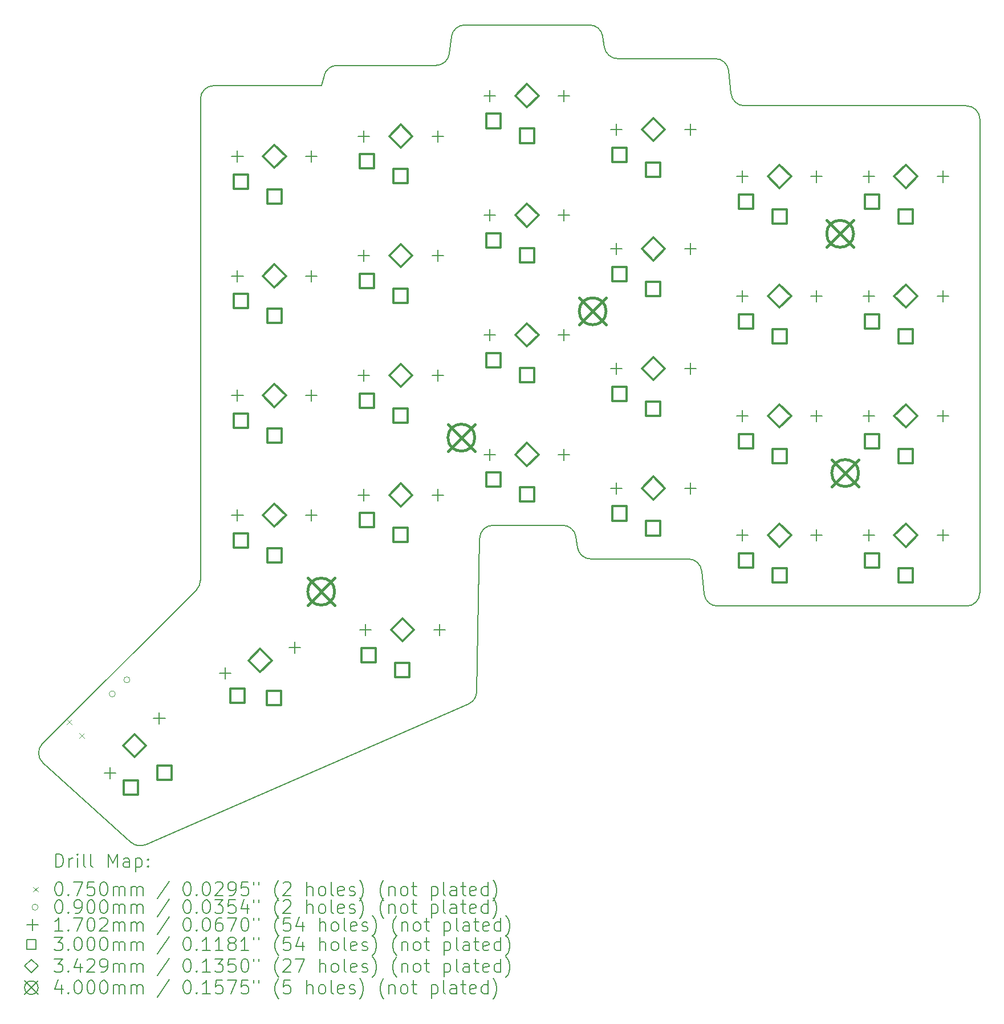
<source format=gbr>
%TF.GenerationSoftware,KiCad,Pcbnew,8.0.7*%
%TF.CreationDate,2024-12-27T12:51:28-06:00*%
%TF.ProjectId,right,72696768-742e-46b6-9963-61645f706362,v1.0.0*%
%TF.SameCoordinates,Original*%
%TF.FileFunction,Drillmap*%
%TF.FilePolarity,Positive*%
%FSLAX45Y45*%
G04 Gerber Fmt 4.5, Leading zero omitted, Abs format (unit mm)*
G04 Created by KiCad (PCBNEW 8.0.7) date 2024-12-27 12:51:28*
%MOMM*%
%LPD*%
G01*
G04 APERTURE LIST*
%ADD10C,0.150000*%
%ADD11C,0.200000*%
%ADD12C,0.100000*%
%ADD13C,0.170180*%
%ADD14C,0.300000*%
%ADD15C,0.342900*%
%ADD16C,0.400000*%
G04 APERTURE END LIST*
D10*
X32621191Y-14850000D02*
X33652763Y-14850000D01*
X30112123Y-8176487D02*
X30074990Y-8325000D01*
X27459418Y-19590663D02*
G75*
G02*
X27245736Y-19555929I-79858J183363D01*
G01*
X34274450Y-7754668D02*
X34250550Y-7595332D01*
X35920284Y-7925000D02*
X34472238Y-7925000D01*
X35920284Y-7925000D02*
G75*
G02*
X36119142Y-8103694I-4J-200000D01*
G01*
X28275000Y-8525000D02*
G75*
G02*
X28475000Y-8325000I200000J0D01*
G01*
X32377467Y-17321710D02*
G75*
G02*
X32257357Y-17501230I-199967J3850D01*
G01*
X30074990Y-8325000D02*
X28475000Y-8325000D01*
X25937648Y-18378116D02*
G75*
G02*
X25930264Y-18087861I133822J148626D01*
G01*
X32003101Y-7600193D02*
X31971899Y-7849807D01*
X34072238Y-15350000D02*
X35520284Y-15350000D01*
X34052763Y-7425000D02*
X32201556Y-7425000D01*
X35954716Y-16050000D02*
X39650000Y-16050000D01*
X30112123Y-8176487D02*
G75*
G02*
X30306150Y-8025000I194027J-48513D01*
G01*
X25937648Y-18378116D02*
X27245739Y-19555925D01*
X28275000Y-15666985D02*
G75*
G02*
X28216211Y-15808611I-200000J5D01*
G01*
X39850000Y-15850000D02*
X39850000Y-8825000D01*
X34052763Y-7425000D02*
G75*
G02*
X34250547Y-7595332I-3J-200000D01*
G01*
X39850000Y-15850000D02*
G75*
G02*
X39650000Y-16050000I-200000J0D01*
G01*
X35954716Y-16050000D02*
G75*
G02*
X35755858Y-15871306I4J200000D01*
G01*
X28275000Y-8525000D02*
X28275000Y-15666985D01*
X39650000Y-8625000D02*
X36354716Y-8625000D01*
X32003101Y-7600193D02*
G75*
G02*
X32201556Y-7424996I198459J-24807D01*
G01*
X28216213Y-15808614D02*
X25930261Y-18087858D01*
X36354716Y-8625000D02*
G75*
G02*
X36155858Y-8446306I4J200000D01*
G01*
X35520284Y-15350000D02*
G75*
G02*
X35719142Y-15528694I-4J-200000D01*
G01*
X39650000Y-8625000D02*
G75*
G02*
X39850000Y-8825000I0J-200000D01*
G01*
X33652763Y-14850000D02*
G75*
G02*
X33850547Y-15020332I-3J-200000D01*
G01*
X36155854Y-8446307D02*
X36119146Y-8103693D01*
X31971899Y-7849807D02*
G75*
G02*
X31773444Y-8025004I-198459J24807D01*
G01*
X27459418Y-19590663D02*
X32257358Y-17501232D01*
X31773444Y-8025000D02*
X30306150Y-8025000D01*
X34072238Y-15350000D02*
G75*
G02*
X33874453Y-15179668I3J200000D01*
G01*
X33850550Y-15020332D02*
X33874450Y-15179668D01*
X35719146Y-15528693D02*
X35755854Y-15871307D01*
X32421228Y-15046155D02*
G75*
G02*
X32621191Y-14850001I199962J-3845D01*
G01*
X34472238Y-7925000D02*
G75*
G02*
X34274453Y-7754668I3J200000D01*
G01*
X32377467Y-17321710D02*
X32421228Y-15046155D01*
D11*
D12*
X26287095Y-17734174D02*
X26362095Y-17809174D01*
X26362095Y-17734174D02*
X26287095Y-17809174D01*
X26478126Y-17931992D02*
X26553126Y-18006992D01*
X26553126Y-17931992D02*
X26478126Y-18006992D01*
X27011447Y-17352791D02*
G75*
G02*
X26921447Y-17352791I-45000J0D01*
G01*
X26921447Y-17352791D02*
G75*
G02*
X27011447Y-17352791I45000J0D01*
G01*
X27227249Y-17144393D02*
G75*
G02*
X27137249Y-17144393I-45000J0D01*
G01*
X27137249Y-17144393D02*
G75*
G02*
X27227249Y-17144393I45000J0D01*
G01*
D13*
X26929119Y-18445652D02*
X26929119Y-18615832D01*
X26844029Y-18530742D02*
X27014209Y-18530742D01*
X27665163Y-17628193D02*
X27665163Y-17798373D01*
X27580073Y-17713283D02*
X27750253Y-17713283D01*
X28646212Y-16959171D02*
X28646212Y-17129351D01*
X28561122Y-17044261D02*
X28731302Y-17044261D01*
X28825000Y-9289910D02*
X28825000Y-9460090D01*
X28739910Y-9375000D02*
X28910090Y-9375000D01*
X28825000Y-11064910D02*
X28825000Y-11235090D01*
X28739910Y-11150000D02*
X28910090Y-11150000D01*
X28825000Y-12839910D02*
X28825000Y-13010090D01*
X28739910Y-12925000D02*
X28910090Y-12925000D01*
X28825000Y-14614910D02*
X28825000Y-14785090D01*
X28739910Y-14700000D02*
X28910090Y-14700000D01*
X29679874Y-16582949D02*
X29679874Y-16753129D01*
X29594784Y-16668039D02*
X29764964Y-16668039D01*
X29925000Y-9289910D02*
X29925000Y-9460090D01*
X29839910Y-9375000D02*
X30010090Y-9375000D01*
X29925000Y-11064910D02*
X29925000Y-11235090D01*
X29839910Y-11150000D02*
X30010090Y-11150000D01*
X29925000Y-12839910D02*
X29925000Y-13010090D01*
X29839910Y-12925000D02*
X30010090Y-12925000D01*
X29925000Y-14614910D02*
X29925000Y-14785090D01*
X29839910Y-14700000D02*
X30010090Y-14700000D01*
X30700000Y-8989910D02*
X30700000Y-9160090D01*
X30614910Y-9075000D02*
X30785090Y-9075000D01*
X30700000Y-10764910D02*
X30700000Y-10935090D01*
X30614910Y-10850000D02*
X30785090Y-10850000D01*
X30700000Y-12539910D02*
X30700000Y-12710090D01*
X30614910Y-12625000D02*
X30785090Y-12625000D01*
X30700000Y-14314910D02*
X30700000Y-14485090D01*
X30614910Y-14400000D02*
X30785090Y-14400000D01*
X30725000Y-16314910D02*
X30725000Y-16485090D01*
X30639910Y-16400000D02*
X30810090Y-16400000D01*
X31800000Y-8989910D02*
X31800000Y-9160090D01*
X31714910Y-9075000D02*
X31885090Y-9075000D01*
X31800000Y-10764910D02*
X31800000Y-10935090D01*
X31714910Y-10850000D02*
X31885090Y-10850000D01*
X31800000Y-12539910D02*
X31800000Y-12710090D01*
X31714910Y-12625000D02*
X31885090Y-12625000D01*
X31800000Y-14314910D02*
X31800000Y-14485090D01*
X31714910Y-14400000D02*
X31885090Y-14400000D01*
X31825000Y-16314910D02*
X31825000Y-16485090D01*
X31739910Y-16400000D02*
X31910090Y-16400000D01*
X32575000Y-8389910D02*
X32575000Y-8560090D01*
X32489910Y-8475000D02*
X32660090Y-8475000D01*
X32575000Y-10164910D02*
X32575000Y-10335090D01*
X32489910Y-10250000D02*
X32660090Y-10250000D01*
X32575000Y-11939910D02*
X32575000Y-12110090D01*
X32489910Y-12025000D02*
X32660090Y-12025000D01*
X32575000Y-13714910D02*
X32575000Y-13885090D01*
X32489910Y-13800000D02*
X32660090Y-13800000D01*
X33675000Y-8389910D02*
X33675000Y-8560090D01*
X33589910Y-8475000D02*
X33760090Y-8475000D01*
X33675000Y-10164910D02*
X33675000Y-10335090D01*
X33589910Y-10250000D02*
X33760090Y-10250000D01*
X33675000Y-11939910D02*
X33675000Y-12110090D01*
X33589910Y-12025000D02*
X33760090Y-12025000D01*
X33675000Y-13714910D02*
X33675000Y-13885090D01*
X33589910Y-13800000D02*
X33760090Y-13800000D01*
X34450000Y-8889910D02*
X34450000Y-9060090D01*
X34364910Y-8975000D02*
X34535090Y-8975000D01*
X34450000Y-10664910D02*
X34450000Y-10835090D01*
X34364910Y-10750000D02*
X34535090Y-10750000D01*
X34450000Y-12439910D02*
X34450000Y-12610090D01*
X34364910Y-12525000D02*
X34535090Y-12525000D01*
X34450000Y-14214910D02*
X34450000Y-14385090D01*
X34364910Y-14300000D02*
X34535090Y-14300000D01*
X35550000Y-8889910D02*
X35550000Y-9060090D01*
X35464910Y-8975000D02*
X35635090Y-8975000D01*
X35550000Y-10664910D02*
X35550000Y-10835090D01*
X35464910Y-10750000D02*
X35635090Y-10750000D01*
X35550000Y-12439910D02*
X35550000Y-12610090D01*
X35464910Y-12525000D02*
X35635090Y-12525000D01*
X35550000Y-14214910D02*
X35550000Y-14385090D01*
X35464910Y-14300000D02*
X35635090Y-14300000D01*
X36325000Y-9589910D02*
X36325000Y-9760090D01*
X36239910Y-9675000D02*
X36410090Y-9675000D01*
X36325000Y-11364910D02*
X36325000Y-11535090D01*
X36239910Y-11450000D02*
X36410090Y-11450000D01*
X36325000Y-13139910D02*
X36325000Y-13310090D01*
X36239910Y-13225000D02*
X36410090Y-13225000D01*
X36325000Y-14914910D02*
X36325000Y-15085090D01*
X36239910Y-15000000D02*
X36410090Y-15000000D01*
X37425000Y-9589910D02*
X37425000Y-9760090D01*
X37339910Y-9675000D02*
X37510090Y-9675000D01*
X37425000Y-11364910D02*
X37425000Y-11535090D01*
X37339910Y-11450000D02*
X37510090Y-11450000D01*
X37425000Y-13139910D02*
X37425000Y-13310090D01*
X37339910Y-13225000D02*
X37510090Y-13225000D01*
X37425000Y-14914910D02*
X37425000Y-15085090D01*
X37339910Y-15000000D02*
X37510090Y-15000000D01*
X38200000Y-9589910D02*
X38200000Y-9760090D01*
X38114910Y-9675000D02*
X38285090Y-9675000D01*
X38200000Y-11364910D02*
X38200000Y-11535090D01*
X38114910Y-11450000D02*
X38285090Y-11450000D01*
X38200000Y-13139910D02*
X38200000Y-13310090D01*
X38114910Y-13225000D02*
X38285090Y-13225000D01*
X38200000Y-14914910D02*
X38200000Y-15085090D01*
X38114910Y-15000000D02*
X38285090Y-15000000D01*
X39300000Y-9589910D02*
X39300000Y-9760090D01*
X39214910Y-9675000D02*
X39385090Y-9675000D01*
X39300000Y-11364910D02*
X39300000Y-11535090D01*
X39214910Y-11450000D02*
X39385090Y-11450000D01*
X39300000Y-13139910D02*
X39300000Y-13310090D01*
X39214910Y-13225000D02*
X39385090Y-13225000D01*
X39300000Y-14914910D02*
X39300000Y-15085090D01*
X39214910Y-15000000D02*
X39385090Y-15000000D01*
D14*
X27347322Y-18850576D02*
X27347322Y-18638442D01*
X27135188Y-18638442D01*
X27135188Y-18850576D01*
X27347322Y-18850576D01*
X27845379Y-18626212D02*
X27845379Y-18414078D01*
X27633245Y-18414078D01*
X27633245Y-18626212D01*
X27845379Y-18626212D01*
X28927521Y-17485612D02*
X28927521Y-17273478D01*
X28715387Y-17273478D01*
X28715387Y-17485612D01*
X28927521Y-17485612D01*
X28981067Y-9856067D02*
X28981067Y-9643933D01*
X28768933Y-9643933D01*
X28768933Y-9856067D01*
X28981067Y-9856067D01*
X28981067Y-11631067D02*
X28981067Y-11418933D01*
X28768933Y-11418933D01*
X28768933Y-11631067D01*
X28981067Y-11631067D01*
X28981067Y-13406067D02*
X28981067Y-13193933D01*
X28768933Y-13193933D01*
X28768933Y-13406067D01*
X28981067Y-13406067D01*
X28981067Y-15181067D02*
X28981067Y-14968933D01*
X28768933Y-14968933D01*
X28768933Y-15181067D01*
X28981067Y-15181067D01*
X29472612Y-17521334D02*
X29472612Y-17309200D01*
X29260478Y-17309200D01*
X29260478Y-17521334D01*
X29472612Y-17521334D01*
X29481067Y-10076067D02*
X29481067Y-9863933D01*
X29268933Y-9863933D01*
X29268933Y-10076067D01*
X29481067Y-10076067D01*
X29481067Y-11851067D02*
X29481067Y-11638933D01*
X29268933Y-11638933D01*
X29268933Y-11851067D01*
X29481067Y-11851067D01*
X29481067Y-13626067D02*
X29481067Y-13413933D01*
X29268933Y-13413933D01*
X29268933Y-13626067D01*
X29481067Y-13626067D01*
X29481067Y-15401067D02*
X29481067Y-15188933D01*
X29268933Y-15188933D01*
X29268933Y-15401067D01*
X29481067Y-15401067D01*
X30856067Y-9556067D02*
X30856067Y-9343933D01*
X30643933Y-9343933D01*
X30643933Y-9556067D01*
X30856067Y-9556067D01*
X30856067Y-11331067D02*
X30856067Y-11118933D01*
X30643933Y-11118933D01*
X30643933Y-11331067D01*
X30856067Y-11331067D01*
X30856067Y-13106067D02*
X30856067Y-12893933D01*
X30643933Y-12893933D01*
X30643933Y-13106067D01*
X30856067Y-13106067D01*
X30856067Y-14881067D02*
X30856067Y-14668933D01*
X30643933Y-14668933D01*
X30643933Y-14881067D01*
X30856067Y-14881067D01*
X30881067Y-16881067D02*
X30881067Y-16668933D01*
X30668933Y-16668933D01*
X30668933Y-16881067D01*
X30881067Y-16881067D01*
X31356067Y-9776067D02*
X31356067Y-9563933D01*
X31143933Y-9563933D01*
X31143933Y-9776067D01*
X31356067Y-9776067D01*
X31356067Y-11551067D02*
X31356067Y-11338933D01*
X31143933Y-11338933D01*
X31143933Y-11551067D01*
X31356067Y-11551067D01*
X31356067Y-13326067D02*
X31356067Y-13113933D01*
X31143933Y-13113933D01*
X31143933Y-13326067D01*
X31356067Y-13326067D01*
X31356067Y-15101067D02*
X31356067Y-14888933D01*
X31143933Y-14888933D01*
X31143933Y-15101067D01*
X31356067Y-15101067D01*
X31381067Y-17101067D02*
X31381067Y-16888933D01*
X31168933Y-16888933D01*
X31168933Y-17101067D01*
X31381067Y-17101067D01*
X32731067Y-8956067D02*
X32731067Y-8743933D01*
X32518933Y-8743933D01*
X32518933Y-8956067D01*
X32731067Y-8956067D01*
X32731067Y-10731067D02*
X32731067Y-10518933D01*
X32518933Y-10518933D01*
X32518933Y-10731067D01*
X32731067Y-10731067D01*
X32731067Y-12506067D02*
X32731067Y-12293933D01*
X32518933Y-12293933D01*
X32518933Y-12506067D01*
X32731067Y-12506067D01*
X32731067Y-14281067D02*
X32731067Y-14068933D01*
X32518933Y-14068933D01*
X32518933Y-14281067D01*
X32731067Y-14281067D01*
X33231067Y-9176067D02*
X33231067Y-8963933D01*
X33018933Y-8963933D01*
X33018933Y-9176067D01*
X33231067Y-9176067D01*
X33231067Y-10951067D02*
X33231067Y-10738933D01*
X33018933Y-10738933D01*
X33018933Y-10951067D01*
X33231067Y-10951067D01*
X33231067Y-12726067D02*
X33231067Y-12513933D01*
X33018933Y-12513933D01*
X33018933Y-12726067D01*
X33231067Y-12726067D01*
X33231067Y-14501067D02*
X33231067Y-14288933D01*
X33018933Y-14288933D01*
X33018933Y-14501067D01*
X33231067Y-14501067D01*
X34606067Y-9456067D02*
X34606067Y-9243933D01*
X34393933Y-9243933D01*
X34393933Y-9456067D01*
X34606067Y-9456067D01*
X34606067Y-11231067D02*
X34606067Y-11018933D01*
X34393933Y-11018933D01*
X34393933Y-11231067D01*
X34606067Y-11231067D01*
X34606067Y-13006067D02*
X34606067Y-12793933D01*
X34393933Y-12793933D01*
X34393933Y-13006067D01*
X34606067Y-13006067D01*
X34606067Y-14781067D02*
X34606067Y-14568933D01*
X34393933Y-14568933D01*
X34393933Y-14781067D01*
X34606067Y-14781067D01*
X35106067Y-9676067D02*
X35106067Y-9463933D01*
X34893933Y-9463933D01*
X34893933Y-9676067D01*
X35106067Y-9676067D01*
X35106067Y-11451067D02*
X35106067Y-11238933D01*
X34893933Y-11238933D01*
X34893933Y-11451067D01*
X35106067Y-11451067D01*
X35106067Y-13226067D02*
X35106067Y-13013933D01*
X34893933Y-13013933D01*
X34893933Y-13226067D01*
X35106067Y-13226067D01*
X35106067Y-15001067D02*
X35106067Y-14788933D01*
X34893933Y-14788933D01*
X34893933Y-15001067D01*
X35106067Y-15001067D01*
X36481067Y-10156067D02*
X36481067Y-9943933D01*
X36268933Y-9943933D01*
X36268933Y-10156067D01*
X36481067Y-10156067D01*
X36481067Y-11931067D02*
X36481067Y-11718933D01*
X36268933Y-11718933D01*
X36268933Y-11931067D01*
X36481067Y-11931067D01*
X36481067Y-13706067D02*
X36481067Y-13493933D01*
X36268933Y-13493933D01*
X36268933Y-13706067D01*
X36481067Y-13706067D01*
X36481067Y-15481067D02*
X36481067Y-15268933D01*
X36268933Y-15268933D01*
X36268933Y-15481067D01*
X36481067Y-15481067D01*
X36981067Y-10376067D02*
X36981067Y-10163933D01*
X36768933Y-10163933D01*
X36768933Y-10376067D01*
X36981067Y-10376067D01*
X36981067Y-12151067D02*
X36981067Y-11938933D01*
X36768933Y-11938933D01*
X36768933Y-12151067D01*
X36981067Y-12151067D01*
X36981067Y-13926067D02*
X36981067Y-13713933D01*
X36768933Y-13713933D01*
X36768933Y-13926067D01*
X36981067Y-13926067D01*
X36981067Y-15701067D02*
X36981067Y-15488933D01*
X36768933Y-15488933D01*
X36768933Y-15701067D01*
X36981067Y-15701067D01*
X38356067Y-10156067D02*
X38356067Y-9943933D01*
X38143933Y-9943933D01*
X38143933Y-10156067D01*
X38356067Y-10156067D01*
X38356067Y-11931067D02*
X38356067Y-11718933D01*
X38143933Y-11718933D01*
X38143933Y-11931067D01*
X38356067Y-11931067D01*
X38356067Y-13706067D02*
X38356067Y-13493933D01*
X38143933Y-13493933D01*
X38143933Y-13706067D01*
X38356067Y-13706067D01*
X38356067Y-15481067D02*
X38356067Y-15268933D01*
X38143933Y-15268933D01*
X38143933Y-15481067D01*
X38356067Y-15481067D01*
X38856067Y-10376067D02*
X38856067Y-10163933D01*
X38643933Y-10163933D01*
X38643933Y-10376067D01*
X38856067Y-10376067D01*
X38856067Y-12151067D02*
X38856067Y-11938933D01*
X38643933Y-11938933D01*
X38643933Y-12151067D01*
X38856067Y-12151067D01*
X38856067Y-13926067D02*
X38856067Y-13713933D01*
X38643933Y-13713933D01*
X38643933Y-13926067D01*
X38856067Y-13926067D01*
X38856067Y-15701067D02*
X38856067Y-15488933D01*
X38643933Y-15488933D01*
X38643933Y-15701067D01*
X38856067Y-15701067D01*
D15*
X27297141Y-18293462D02*
X27468591Y-18122012D01*
X27297141Y-17950562D01*
X27125691Y-18122012D01*
X27297141Y-18293462D01*
X29163043Y-17027600D02*
X29334493Y-16856150D01*
X29163043Y-16684700D01*
X28991593Y-16856150D01*
X29163043Y-17027600D01*
X29375000Y-9546450D02*
X29546450Y-9375000D01*
X29375000Y-9203550D01*
X29203550Y-9375000D01*
X29375000Y-9546450D01*
X29375000Y-11321450D02*
X29546450Y-11150000D01*
X29375000Y-10978550D01*
X29203550Y-11150000D01*
X29375000Y-11321450D01*
X29375000Y-13096450D02*
X29546450Y-12925000D01*
X29375000Y-12753550D01*
X29203550Y-12925000D01*
X29375000Y-13096450D01*
X29375000Y-14871450D02*
X29546450Y-14700000D01*
X29375000Y-14528550D01*
X29203550Y-14700000D01*
X29375000Y-14871450D01*
X31250000Y-9246450D02*
X31421450Y-9075000D01*
X31250000Y-8903550D01*
X31078550Y-9075000D01*
X31250000Y-9246450D01*
X31250000Y-11021450D02*
X31421450Y-10850000D01*
X31250000Y-10678550D01*
X31078550Y-10850000D01*
X31250000Y-11021450D01*
X31250000Y-12796450D02*
X31421450Y-12625000D01*
X31250000Y-12453550D01*
X31078550Y-12625000D01*
X31250000Y-12796450D01*
X31250000Y-14571450D02*
X31421450Y-14400000D01*
X31250000Y-14228550D01*
X31078550Y-14400000D01*
X31250000Y-14571450D01*
X31275000Y-16571450D02*
X31446450Y-16400000D01*
X31275000Y-16228550D01*
X31103550Y-16400000D01*
X31275000Y-16571450D01*
X33125000Y-8646450D02*
X33296450Y-8475000D01*
X33125000Y-8303550D01*
X32953550Y-8475000D01*
X33125000Y-8646450D01*
X33125000Y-10421450D02*
X33296450Y-10250000D01*
X33125000Y-10078550D01*
X32953550Y-10250000D01*
X33125000Y-10421450D01*
X33125000Y-12196450D02*
X33296450Y-12025000D01*
X33125000Y-11853550D01*
X32953550Y-12025000D01*
X33125000Y-12196450D01*
X33125000Y-13971450D02*
X33296450Y-13800000D01*
X33125000Y-13628550D01*
X32953550Y-13800000D01*
X33125000Y-13971450D01*
X35000000Y-9146450D02*
X35171450Y-8975000D01*
X35000000Y-8803550D01*
X34828550Y-8975000D01*
X35000000Y-9146450D01*
X35000000Y-10921450D02*
X35171450Y-10750000D01*
X35000000Y-10578550D01*
X34828550Y-10750000D01*
X35000000Y-10921450D01*
X35000000Y-12696450D02*
X35171450Y-12525000D01*
X35000000Y-12353550D01*
X34828550Y-12525000D01*
X35000000Y-12696450D01*
X35000000Y-14471450D02*
X35171450Y-14300000D01*
X35000000Y-14128550D01*
X34828550Y-14300000D01*
X35000000Y-14471450D01*
X36875000Y-9846450D02*
X37046450Y-9675000D01*
X36875000Y-9503550D01*
X36703550Y-9675000D01*
X36875000Y-9846450D01*
X36875000Y-11621450D02*
X37046450Y-11450000D01*
X36875000Y-11278550D01*
X36703550Y-11450000D01*
X36875000Y-11621450D01*
X36875000Y-13396450D02*
X37046450Y-13225000D01*
X36875000Y-13053550D01*
X36703550Y-13225000D01*
X36875000Y-13396450D01*
X36875000Y-15171450D02*
X37046450Y-15000000D01*
X36875000Y-14828550D01*
X36703550Y-15000000D01*
X36875000Y-15171450D01*
X38750000Y-9846450D02*
X38921450Y-9675000D01*
X38750000Y-9503550D01*
X38578550Y-9675000D01*
X38750000Y-9846450D01*
X38750000Y-11621450D02*
X38921450Y-11450000D01*
X38750000Y-11278550D01*
X38578550Y-11450000D01*
X38750000Y-11621450D01*
X38750000Y-13396450D02*
X38921450Y-13225000D01*
X38750000Y-13053550D01*
X38578550Y-13225000D01*
X38750000Y-13396450D01*
X38750000Y-15171450D02*
X38921450Y-15000000D01*
X38750000Y-14828550D01*
X38578550Y-15000000D01*
X38750000Y-15171450D01*
D16*
X29868361Y-15634926D02*
X30268361Y-16034926D01*
X30268361Y-15634926D02*
X29868361Y-16034926D01*
X30268361Y-15834926D02*
G75*
G02*
X29868361Y-15834926I-200000J0D01*
G01*
X29868361Y-15834926D02*
G75*
G02*
X30268361Y-15834926I200000J0D01*
G01*
X31950000Y-13350000D02*
X32350000Y-13750000D01*
X32350000Y-13350000D02*
X31950000Y-13750000D01*
X32350000Y-13550000D02*
G75*
G02*
X31950000Y-13550000I-200000J0D01*
G01*
X31950000Y-13550000D02*
G75*
G02*
X32350000Y-13550000I200000J0D01*
G01*
X33900000Y-11475000D02*
X34300000Y-11875000D01*
X34300000Y-11475000D02*
X33900000Y-11875000D01*
X34300000Y-11675000D02*
G75*
G02*
X33900000Y-11675000I-200000J0D01*
G01*
X33900000Y-11675000D02*
G75*
G02*
X34300000Y-11675000I200000J0D01*
G01*
X37575000Y-10325000D02*
X37975000Y-10725000D01*
X37975000Y-10325000D02*
X37575000Y-10725000D01*
X37975000Y-10525000D02*
G75*
G02*
X37575000Y-10525000I-200000J0D01*
G01*
X37575000Y-10525000D02*
G75*
G02*
X37975000Y-10525000I200000J0D01*
G01*
X37650000Y-13875000D02*
X38050000Y-14275000D01*
X38050000Y-13875000D02*
X37650000Y-14275000D01*
X38050000Y-14075000D02*
G75*
G02*
X37650000Y-14075000I-200000J0D01*
G01*
X37650000Y-14075000D02*
G75*
G02*
X38050000Y-14075000I200000J0D01*
G01*
D11*
X26124752Y-19926283D02*
X26124752Y-19726283D01*
X26124752Y-19726283D02*
X26172371Y-19726283D01*
X26172371Y-19726283D02*
X26200943Y-19735806D01*
X26200943Y-19735806D02*
X26219990Y-19754854D01*
X26219990Y-19754854D02*
X26229514Y-19773902D01*
X26229514Y-19773902D02*
X26239038Y-19811997D01*
X26239038Y-19811997D02*
X26239038Y-19840568D01*
X26239038Y-19840568D02*
X26229514Y-19878663D01*
X26229514Y-19878663D02*
X26219990Y-19897711D01*
X26219990Y-19897711D02*
X26200943Y-19916759D01*
X26200943Y-19916759D02*
X26172371Y-19926283D01*
X26172371Y-19926283D02*
X26124752Y-19926283D01*
X26324752Y-19926283D02*
X26324752Y-19792949D01*
X26324752Y-19831044D02*
X26334276Y-19811997D01*
X26334276Y-19811997D02*
X26343800Y-19802473D01*
X26343800Y-19802473D02*
X26362847Y-19792949D01*
X26362847Y-19792949D02*
X26381895Y-19792949D01*
X26448562Y-19926283D02*
X26448562Y-19792949D01*
X26448562Y-19726283D02*
X26439038Y-19735806D01*
X26439038Y-19735806D02*
X26448562Y-19745330D01*
X26448562Y-19745330D02*
X26458086Y-19735806D01*
X26458086Y-19735806D02*
X26448562Y-19726283D01*
X26448562Y-19726283D02*
X26448562Y-19745330D01*
X26572371Y-19926283D02*
X26553324Y-19916759D01*
X26553324Y-19916759D02*
X26543800Y-19897711D01*
X26543800Y-19897711D02*
X26543800Y-19726283D01*
X26677133Y-19926283D02*
X26658086Y-19916759D01*
X26658086Y-19916759D02*
X26648562Y-19897711D01*
X26648562Y-19897711D02*
X26648562Y-19726283D01*
X26905705Y-19926283D02*
X26905705Y-19726283D01*
X26905705Y-19726283D02*
X26972371Y-19869140D01*
X26972371Y-19869140D02*
X27039038Y-19726283D01*
X27039038Y-19726283D02*
X27039038Y-19926283D01*
X27219990Y-19926283D02*
X27219990Y-19821521D01*
X27219990Y-19821521D02*
X27210467Y-19802473D01*
X27210467Y-19802473D02*
X27191419Y-19792949D01*
X27191419Y-19792949D02*
X27153324Y-19792949D01*
X27153324Y-19792949D02*
X27134276Y-19802473D01*
X27219990Y-19916759D02*
X27200943Y-19926283D01*
X27200943Y-19926283D02*
X27153324Y-19926283D01*
X27153324Y-19926283D02*
X27134276Y-19916759D01*
X27134276Y-19916759D02*
X27124752Y-19897711D01*
X27124752Y-19897711D02*
X27124752Y-19878663D01*
X27124752Y-19878663D02*
X27134276Y-19859616D01*
X27134276Y-19859616D02*
X27153324Y-19850092D01*
X27153324Y-19850092D02*
X27200943Y-19850092D01*
X27200943Y-19850092D02*
X27219990Y-19840568D01*
X27315228Y-19792949D02*
X27315228Y-19992949D01*
X27315228Y-19802473D02*
X27334276Y-19792949D01*
X27334276Y-19792949D02*
X27372371Y-19792949D01*
X27372371Y-19792949D02*
X27391419Y-19802473D01*
X27391419Y-19802473D02*
X27400943Y-19811997D01*
X27400943Y-19811997D02*
X27410467Y-19831044D01*
X27410467Y-19831044D02*
X27410467Y-19888187D01*
X27410467Y-19888187D02*
X27400943Y-19907235D01*
X27400943Y-19907235D02*
X27391419Y-19916759D01*
X27391419Y-19916759D02*
X27372371Y-19926283D01*
X27372371Y-19926283D02*
X27334276Y-19926283D01*
X27334276Y-19926283D02*
X27315228Y-19916759D01*
X27496181Y-19907235D02*
X27505705Y-19916759D01*
X27505705Y-19916759D02*
X27496181Y-19926283D01*
X27496181Y-19926283D02*
X27486657Y-19916759D01*
X27486657Y-19916759D02*
X27496181Y-19907235D01*
X27496181Y-19907235D02*
X27496181Y-19926283D01*
X27496181Y-19802473D02*
X27505705Y-19811997D01*
X27505705Y-19811997D02*
X27496181Y-19821521D01*
X27496181Y-19821521D02*
X27486657Y-19811997D01*
X27486657Y-19811997D02*
X27496181Y-19802473D01*
X27496181Y-19802473D02*
X27496181Y-19821521D01*
D12*
X25788975Y-20217299D02*
X25863975Y-20292299D01*
X25863975Y-20217299D02*
X25788975Y-20292299D01*
D11*
X26162847Y-20146283D02*
X26181895Y-20146283D01*
X26181895Y-20146283D02*
X26200943Y-20155806D01*
X26200943Y-20155806D02*
X26210467Y-20165330D01*
X26210467Y-20165330D02*
X26219990Y-20184378D01*
X26219990Y-20184378D02*
X26229514Y-20222473D01*
X26229514Y-20222473D02*
X26229514Y-20270092D01*
X26229514Y-20270092D02*
X26219990Y-20308187D01*
X26219990Y-20308187D02*
X26210467Y-20327235D01*
X26210467Y-20327235D02*
X26200943Y-20336759D01*
X26200943Y-20336759D02*
X26181895Y-20346283D01*
X26181895Y-20346283D02*
X26162847Y-20346283D01*
X26162847Y-20346283D02*
X26143800Y-20336759D01*
X26143800Y-20336759D02*
X26134276Y-20327235D01*
X26134276Y-20327235D02*
X26124752Y-20308187D01*
X26124752Y-20308187D02*
X26115228Y-20270092D01*
X26115228Y-20270092D02*
X26115228Y-20222473D01*
X26115228Y-20222473D02*
X26124752Y-20184378D01*
X26124752Y-20184378D02*
X26134276Y-20165330D01*
X26134276Y-20165330D02*
X26143800Y-20155806D01*
X26143800Y-20155806D02*
X26162847Y-20146283D01*
X26315228Y-20327235D02*
X26324752Y-20336759D01*
X26324752Y-20336759D02*
X26315228Y-20346283D01*
X26315228Y-20346283D02*
X26305705Y-20336759D01*
X26305705Y-20336759D02*
X26315228Y-20327235D01*
X26315228Y-20327235D02*
X26315228Y-20346283D01*
X26391419Y-20146283D02*
X26524752Y-20146283D01*
X26524752Y-20146283D02*
X26439038Y-20346283D01*
X26696181Y-20146283D02*
X26600943Y-20146283D01*
X26600943Y-20146283D02*
X26591419Y-20241521D01*
X26591419Y-20241521D02*
X26600943Y-20231997D01*
X26600943Y-20231997D02*
X26619990Y-20222473D01*
X26619990Y-20222473D02*
X26667609Y-20222473D01*
X26667609Y-20222473D02*
X26686657Y-20231997D01*
X26686657Y-20231997D02*
X26696181Y-20241521D01*
X26696181Y-20241521D02*
X26705705Y-20260568D01*
X26705705Y-20260568D02*
X26705705Y-20308187D01*
X26705705Y-20308187D02*
X26696181Y-20327235D01*
X26696181Y-20327235D02*
X26686657Y-20336759D01*
X26686657Y-20336759D02*
X26667609Y-20346283D01*
X26667609Y-20346283D02*
X26619990Y-20346283D01*
X26619990Y-20346283D02*
X26600943Y-20336759D01*
X26600943Y-20336759D02*
X26591419Y-20327235D01*
X26829514Y-20146283D02*
X26848562Y-20146283D01*
X26848562Y-20146283D02*
X26867609Y-20155806D01*
X26867609Y-20155806D02*
X26877133Y-20165330D01*
X26877133Y-20165330D02*
X26886657Y-20184378D01*
X26886657Y-20184378D02*
X26896181Y-20222473D01*
X26896181Y-20222473D02*
X26896181Y-20270092D01*
X26896181Y-20270092D02*
X26886657Y-20308187D01*
X26886657Y-20308187D02*
X26877133Y-20327235D01*
X26877133Y-20327235D02*
X26867609Y-20336759D01*
X26867609Y-20336759D02*
X26848562Y-20346283D01*
X26848562Y-20346283D02*
X26829514Y-20346283D01*
X26829514Y-20346283D02*
X26810467Y-20336759D01*
X26810467Y-20336759D02*
X26800943Y-20327235D01*
X26800943Y-20327235D02*
X26791419Y-20308187D01*
X26791419Y-20308187D02*
X26781895Y-20270092D01*
X26781895Y-20270092D02*
X26781895Y-20222473D01*
X26781895Y-20222473D02*
X26791419Y-20184378D01*
X26791419Y-20184378D02*
X26800943Y-20165330D01*
X26800943Y-20165330D02*
X26810467Y-20155806D01*
X26810467Y-20155806D02*
X26829514Y-20146283D01*
X26981895Y-20346283D02*
X26981895Y-20212949D01*
X26981895Y-20231997D02*
X26991419Y-20222473D01*
X26991419Y-20222473D02*
X27010467Y-20212949D01*
X27010467Y-20212949D02*
X27039038Y-20212949D01*
X27039038Y-20212949D02*
X27058086Y-20222473D01*
X27058086Y-20222473D02*
X27067609Y-20241521D01*
X27067609Y-20241521D02*
X27067609Y-20346283D01*
X27067609Y-20241521D02*
X27077133Y-20222473D01*
X27077133Y-20222473D02*
X27096181Y-20212949D01*
X27096181Y-20212949D02*
X27124752Y-20212949D01*
X27124752Y-20212949D02*
X27143800Y-20222473D01*
X27143800Y-20222473D02*
X27153324Y-20241521D01*
X27153324Y-20241521D02*
X27153324Y-20346283D01*
X27248562Y-20346283D02*
X27248562Y-20212949D01*
X27248562Y-20231997D02*
X27258086Y-20222473D01*
X27258086Y-20222473D02*
X27277133Y-20212949D01*
X27277133Y-20212949D02*
X27305705Y-20212949D01*
X27305705Y-20212949D02*
X27324752Y-20222473D01*
X27324752Y-20222473D02*
X27334276Y-20241521D01*
X27334276Y-20241521D02*
X27334276Y-20346283D01*
X27334276Y-20241521D02*
X27343800Y-20222473D01*
X27343800Y-20222473D02*
X27362848Y-20212949D01*
X27362848Y-20212949D02*
X27391419Y-20212949D01*
X27391419Y-20212949D02*
X27410467Y-20222473D01*
X27410467Y-20222473D02*
X27419990Y-20241521D01*
X27419990Y-20241521D02*
X27419990Y-20346283D01*
X27810467Y-20136759D02*
X27639038Y-20393902D01*
X28067610Y-20146283D02*
X28086657Y-20146283D01*
X28086657Y-20146283D02*
X28105705Y-20155806D01*
X28105705Y-20155806D02*
X28115229Y-20165330D01*
X28115229Y-20165330D02*
X28124752Y-20184378D01*
X28124752Y-20184378D02*
X28134276Y-20222473D01*
X28134276Y-20222473D02*
X28134276Y-20270092D01*
X28134276Y-20270092D02*
X28124752Y-20308187D01*
X28124752Y-20308187D02*
X28115229Y-20327235D01*
X28115229Y-20327235D02*
X28105705Y-20336759D01*
X28105705Y-20336759D02*
X28086657Y-20346283D01*
X28086657Y-20346283D02*
X28067610Y-20346283D01*
X28067610Y-20346283D02*
X28048562Y-20336759D01*
X28048562Y-20336759D02*
X28039038Y-20327235D01*
X28039038Y-20327235D02*
X28029514Y-20308187D01*
X28029514Y-20308187D02*
X28019991Y-20270092D01*
X28019991Y-20270092D02*
X28019991Y-20222473D01*
X28019991Y-20222473D02*
X28029514Y-20184378D01*
X28029514Y-20184378D02*
X28039038Y-20165330D01*
X28039038Y-20165330D02*
X28048562Y-20155806D01*
X28048562Y-20155806D02*
X28067610Y-20146283D01*
X28219991Y-20327235D02*
X28229514Y-20336759D01*
X28229514Y-20336759D02*
X28219991Y-20346283D01*
X28219991Y-20346283D02*
X28210467Y-20336759D01*
X28210467Y-20336759D02*
X28219991Y-20327235D01*
X28219991Y-20327235D02*
X28219991Y-20346283D01*
X28353324Y-20146283D02*
X28372372Y-20146283D01*
X28372372Y-20146283D02*
X28391419Y-20155806D01*
X28391419Y-20155806D02*
X28400943Y-20165330D01*
X28400943Y-20165330D02*
X28410467Y-20184378D01*
X28410467Y-20184378D02*
X28419991Y-20222473D01*
X28419991Y-20222473D02*
X28419991Y-20270092D01*
X28419991Y-20270092D02*
X28410467Y-20308187D01*
X28410467Y-20308187D02*
X28400943Y-20327235D01*
X28400943Y-20327235D02*
X28391419Y-20336759D01*
X28391419Y-20336759D02*
X28372372Y-20346283D01*
X28372372Y-20346283D02*
X28353324Y-20346283D01*
X28353324Y-20346283D02*
X28334276Y-20336759D01*
X28334276Y-20336759D02*
X28324752Y-20327235D01*
X28324752Y-20327235D02*
X28315229Y-20308187D01*
X28315229Y-20308187D02*
X28305705Y-20270092D01*
X28305705Y-20270092D02*
X28305705Y-20222473D01*
X28305705Y-20222473D02*
X28315229Y-20184378D01*
X28315229Y-20184378D02*
X28324752Y-20165330D01*
X28324752Y-20165330D02*
X28334276Y-20155806D01*
X28334276Y-20155806D02*
X28353324Y-20146283D01*
X28496181Y-20165330D02*
X28505705Y-20155806D01*
X28505705Y-20155806D02*
X28524752Y-20146283D01*
X28524752Y-20146283D02*
X28572372Y-20146283D01*
X28572372Y-20146283D02*
X28591419Y-20155806D01*
X28591419Y-20155806D02*
X28600943Y-20165330D01*
X28600943Y-20165330D02*
X28610467Y-20184378D01*
X28610467Y-20184378D02*
X28610467Y-20203425D01*
X28610467Y-20203425D02*
X28600943Y-20231997D01*
X28600943Y-20231997D02*
X28486657Y-20346283D01*
X28486657Y-20346283D02*
X28610467Y-20346283D01*
X28705705Y-20346283D02*
X28743800Y-20346283D01*
X28743800Y-20346283D02*
X28762848Y-20336759D01*
X28762848Y-20336759D02*
X28772372Y-20327235D01*
X28772372Y-20327235D02*
X28791419Y-20298663D01*
X28791419Y-20298663D02*
X28800943Y-20260568D01*
X28800943Y-20260568D02*
X28800943Y-20184378D01*
X28800943Y-20184378D02*
X28791419Y-20165330D01*
X28791419Y-20165330D02*
X28781895Y-20155806D01*
X28781895Y-20155806D02*
X28762848Y-20146283D01*
X28762848Y-20146283D02*
X28724752Y-20146283D01*
X28724752Y-20146283D02*
X28705705Y-20155806D01*
X28705705Y-20155806D02*
X28696181Y-20165330D01*
X28696181Y-20165330D02*
X28686657Y-20184378D01*
X28686657Y-20184378D02*
X28686657Y-20231997D01*
X28686657Y-20231997D02*
X28696181Y-20251044D01*
X28696181Y-20251044D02*
X28705705Y-20260568D01*
X28705705Y-20260568D02*
X28724752Y-20270092D01*
X28724752Y-20270092D02*
X28762848Y-20270092D01*
X28762848Y-20270092D02*
X28781895Y-20260568D01*
X28781895Y-20260568D02*
X28791419Y-20251044D01*
X28791419Y-20251044D02*
X28800943Y-20231997D01*
X28981895Y-20146283D02*
X28886657Y-20146283D01*
X28886657Y-20146283D02*
X28877133Y-20241521D01*
X28877133Y-20241521D02*
X28886657Y-20231997D01*
X28886657Y-20231997D02*
X28905705Y-20222473D01*
X28905705Y-20222473D02*
X28953324Y-20222473D01*
X28953324Y-20222473D02*
X28972372Y-20231997D01*
X28972372Y-20231997D02*
X28981895Y-20241521D01*
X28981895Y-20241521D02*
X28991419Y-20260568D01*
X28991419Y-20260568D02*
X28991419Y-20308187D01*
X28991419Y-20308187D02*
X28981895Y-20327235D01*
X28981895Y-20327235D02*
X28972372Y-20336759D01*
X28972372Y-20336759D02*
X28953324Y-20346283D01*
X28953324Y-20346283D02*
X28905705Y-20346283D01*
X28905705Y-20346283D02*
X28886657Y-20336759D01*
X28886657Y-20336759D02*
X28877133Y-20327235D01*
X29067610Y-20146283D02*
X29067610Y-20184378D01*
X29143800Y-20146283D02*
X29143800Y-20184378D01*
X29439038Y-20422473D02*
X29429514Y-20412949D01*
X29429514Y-20412949D02*
X29410467Y-20384378D01*
X29410467Y-20384378D02*
X29400943Y-20365330D01*
X29400943Y-20365330D02*
X29391419Y-20336759D01*
X29391419Y-20336759D02*
X29381895Y-20289140D01*
X29381895Y-20289140D02*
X29381895Y-20251044D01*
X29381895Y-20251044D02*
X29391419Y-20203425D01*
X29391419Y-20203425D02*
X29400943Y-20174854D01*
X29400943Y-20174854D02*
X29410467Y-20155806D01*
X29410467Y-20155806D02*
X29429514Y-20127235D01*
X29429514Y-20127235D02*
X29439038Y-20117711D01*
X29505705Y-20165330D02*
X29515229Y-20155806D01*
X29515229Y-20155806D02*
X29534276Y-20146283D01*
X29534276Y-20146283D02*
X29581895Y-20146283D01*
X29581895Y-20146283D02*
X29600943Y-20155806D01*
X29600943Y-20155806D02*
X29610467Y-20165330D01*
X29610467Y-20165330D02*
X29619991Y-20184378D01*
X29619991Y-20184378D02*
X29619991Y-20203425D01*
X29619991Y-20203425D02*
X29610467Y-20231997D01*
X29610467Y-20231997D02*
X29496181Y-20346283D01*
X29496181Y-20346283D02*
X29619991Y-20346283D01*
X29858086Y-20346283D02*
X29858086Y-20146283D01*
X29943800Y-20346283D02*
X29943800Y-20241521D01*
X29943800Y-20241521D02*
X29934276Y-20222473D01*
X29934276Y-20222473D02*
X29915229Y-20212949D01*
X29915229Y-20212949D02*
X29886657Y-20212949D01*
X29886657Y-20212949D02*
X29867610Y-20222473D01*
X29867610Y-20222473D02*
X29858086Y-20231997D01*
X30067610Y-20346283D02*
X30048562Y-20336759D01*
X30048562Y-20336759D02*
X30039038Y-20327235D01*
X30039038Y-20327235D02*
X30029515Y-20308187D01*
X30029515Y-20308187D02*
X30029515Y-20251044D01*
X30029515Y-20251044D02*
X30039038Y-20231997D01*
X30039038Y-20231997D02*
X30048562Y-20222473D01*
X30048562Y-20222473D02*
X30067610Y-20212949D01*
X30067610Y-20212949D02*
X30096181Y-20212949D01*
X30096181Y-20212949D02*
X30115229Y-20222473D01*
X30115229Y-20222473D02*
X30124753Y-20231997D01*
X30124753Y-20231997D02*
X30134276Y-20251044D01*
X30134276Y-20251044D02*
X30134276Y-20308187D01*
X30134276Y-20308187D02*
X30124753Y-20327235D01*
X30124753Y-20327235D02*
X30115229Y-20336759D01*
X30115229Y-20336759D02*
X30096181Y-20346283D01*
X30096181Y-20346283D02*
X30067610Y-20346283D01*
X30248562Y-20346283D02*
X30229515Y-20336759D01*
X30229515Y-20336759D02*
X30219991Y-20317711D01*
X30219991Y-20317711D02*
X30219991Y-20146283D01*
X30400943Y-20336759D02*
X30381896Y-20346283D01*
X30381896Y-20346283D02*
X30343800Y-20346283D01*
X30343800Y-20346283D02*
X30324753Y-20336759D01*
X30324753Y-20336759D02*
X30315229Y-20317711D01*
X30315229Y-20317711D02*
X30315229Y-20241521D01*
X30315229Y-20241521D02*
X30324753Y-20222473D01*
X30324753Y-20222473D02*
X30343800Y-20212949D01*
X30343800Y-20212949D02*
X30381896Y-20212949D01*
X30381896Y-20212949D02*
X30400943Y-20222473D01*
X30400943Y-20222473D02*
X30410467Y-20241521D01*
X30410467Y-20241521D02*
X30410467Y-20260568D01*
X30410467Y-20260568D02*
X30315229Y-20279616D01*
X30486657Y-20336759D02*
X30505705Y-20346283D01*
X30505705Y-20346283D02*
X30543800Y-20346283D01*
X30543800Y-20346283D02*
X30562848Y-20336759D01*
X30562848Y-20336759D02*
X30572372Y-20317711D01*
X30572372Y-20317711D02*
X30572372Y-20308187D01*
X30572372Y-20308187D02*
X30562848Y-20289140D01*
X30562848Y-20289140D02*
X30543800Y-20279616D01*
X30543800Y-20279616D02*
X30515229Y-20279616D01*
X30515229Y-20279616D02*
X30496181Y-20270092D01*
X30496181Y-20270092D02*
X30486657Y-20251044D01*
X30486657Y-20251044D02*
X30486657Y-20241521D01*
X30486657Y-20241521D02*
X30496181Y-20222473D01*
X30496181Y-20222473D02*
X30515229Y-20212949D01*
X30515229Y-20212949D02*
X30543800Y-20212949D01*
X30543800Y-20212949D02*
X30562848Y-20222473D01*
X30639038Y-20422473D02*
X30648562Y-20412949D01*
X30648562Y-20412949D02*
X30667610Y-20384378D01*
X30667610Y-20384378D02*
X30677134Y-20365330D01*
X30677134Y-20365330D02*
X30686657Y-20336759D01*
X30686657Y-20336759D02*
X30696181Y-20289140D01*
X30696181Y-20289140D02*
X30696181Y-20251044D01*
X30696181Y-20251044D02*
X30686657Y-20203425D01*
X30686657Y-20203425D02*
X30677134Y-20174854D01*
X30677134Y-20174854D02*
X30667610Y-20155806D01*
X30667610Y-20155806D02*
X30648562Y-20127235D01*
X30648562Y-20127235D02*
X30639038Y-20117711D01*
X31000943Y-20422473D02*
X30991419Y-20412949D01*
X30991419Y-20412949D02*
X30972372Y-20384378D01*
X30972372Y-20384378D02*
X30962848Y-20365330D01*
X30962848Y-20365330D02*
X30953324Y-20336759D01*
X30953324Y-20336759D02*
X30943800Y-20289140D01*
X30943800Y-20289140D02*
X30943800Y-20251044D01*
X30943800Y-20251044D02*
X30953324Y-20203425D01*
X30953324Y-20203425D02*
X30962848Y-20174854D01*
X30962848Y-20174854D02*
X30972372Y-20155806D01*
X30972372Y-20155806D02*
X30991419Y-20127235D01*
X30991419Y-20127235D02*
X31000943Y-20117711D01*
X31077134Y-20212949D02*
X31077134Y-20346283D01*
X31077134Y-20231997D02*
X31086657Y-20222473D01*
X31086657Y-20222473D02*
X31105705Y-20212949D01*
X31105705Y-20212949D02*
X31134277Y-20212949D01*
X31134277Y-20212949D02*
X31153324Y-20222473D01*
X31153324Y-20222473D02*
X31162848Y-20241521D01*
X31162848Y-20241521D02*
X31162848Y-20346283D01*
X31286657Y-20346283D02*
X31267610Y-20336759D01*
X31267610Y-20336759D02*
X31258086Y-20327235D01*
X31258086Y-20327235D02*
X31248562Y-20308187D01*
X31248562Y-20308187D02*
X31248562Y-20251044D01*
X31248562Y-20251044D02*
X31258086Y-20231997D01*
X31258086Y-20231997D02*
X31267610Y-20222473D01*
X31267610Y-20222473D02*
X31286657Y-20212949D01*
X31286657Y-20212949D02*
X31315229Y-20212949D01*
X31315229Y-20212949D02*
X31334277Y-20222473D01*
X31334277Y-20222473D02*
X31343800Y-20231997D01*
X31343800Y-20231997D02*
X31353324Y-20251044D01*
X31353324Y-20251044D02*
X31353324Y-20308187D01*
X31353324Y-20308187D02*
X31343800Y-20327235D01*
X31343800Y-20327235D02*
X31334277Y-20336759D01*
X31334277Y-20336759D02*
X31315229Y-20346283D01*
X31315229Y-20346283D02*
X31286657Y-20346283D01*
X31410467Y-20212949D02*
X31486657Y-20212949D01*
X31439038Y-20146283D02*
X31439038Y-20317711D01*
X31439038Y-20317711D02*
X31448562Y-20336759D01*
X31448562Y-20336759D02*
X31467610Y-20346283D01*
X31467610Y-20346283D02*
X31486657Y-20346283D01*
X31705705Y-20212949D02*
X31705705Y-20412949D01*
X31705705Y-20222473D02*
X31724753Y-20212949D01*
X31724753Y-20212949D02*
X31762848Y-20212949D01*
X31762848Y-20212949D02*
X31781896Y-20222473D01*
X31781896Y-20222473D02*
X31791419Y-20231997D01*
X31791419Y-20231997D02*
X31800943Y-20251044D01*
X31800943Y-20251044D02*
X31800943Y-20308187D01*
X31800943Y-20308187D02*
X31791419Y-20327235D01*
X31791419Y-20327235D02*
X31781896Y-20336759D01*
X31781896Y-20336759D02*
X31762848Y-20346283D01*
X31762848Y-20346283D02*
X31724753Y-20346283D01*
X31724753Y-20346283D02*
X31705705Y-20336759D01*
X31915229Y-20346283D02*
X31896181Y-20336759D01*
X31896181Y-20336759D02*
X31886658Y-20317711D01*
X31886658Y-20317711D02*
X31886658Y-20146283D01*
X32077134Y-20346283D02*
X32077134Y-20241521D01*
X32077134Y-20241521D02*
X32067610Y-20222473D01*
X32067610Y-20222473D02*
X32048562Y-20212949D01*
X32048562Y-20212949D02*
X32010467Y-20212949D01*
X32010467Y-20212949D02*
X31991419Y-20222473D01*
X32077134Y-20336759D02*
X32058086Y-20346283D01*
X32058086Y-20346283D02*
X32010467Y-20346283D01*
X32010467Y-20346283D02*
X31991419Y-20336759D01*
X31991419Y-20336759D02*
X31981896Y-20317711D01*
X31981896Y-20317711D02*
X31981896Y-20298663D01*
X31981896Y-20298663D02*
X31991419Y-20279616D01*
X31991419Y-20279616D02*
X32010467Y-20270092D01*
X32010467Y-20270092D02*
X32058086Y-20270092D01*
X32058086Y-20270092D02*
X32077134Y-20260568D01*
X32143800Y-20212949D02*
X32219991Y-20212949D01*
X32172372Y-20146283D02*
X32172372Y-20317711D01*
X32172372Y-20317711D02*
X32181896Y-20336759D01*
X32181896Y-20336759D02*
X32200943Y-20346283D01*
X32200943Y-20346283D02*
X32219991Y-20346283D01*
X32362848Y-20336759D02*
X32343800Y-20346283D01*
X32343800Y-20346283D02*
X32305705Y-20346283D01*
X32305705Y-20346283D02*
X32286658Y-20336759D01*
X32286658Y-20336759D02*
X32277134Y-20317711D01*
X32277134Y-20317711D02*
X32277134Y-20241521D01*
X32277134Y-20241521D02*
X32286658Y-20222473D01*
X32286658Y-20222473D02*
X32305705Y-20212949D01*
X32305705Y-20212949D02*
X32343800Y-20212949D01*
X32343800Y-20212949D02*
X32362848Y-20222473D01*
X32362848Y-20222473D02*
X32372372Y-20241521D01*
X32372372Y-20241521D02*
X32372372Y-20260568D01*
X32372372Y-20260568D02*
X32277134Y-20279616D01*
X32543800Y-20346283D02*
X32543800Y-20146283D01*
X32543800Y-20336759D02*
X32524753Y-20346283D01*
X32524753Y-20346283D02*
X32486658Y-20346283D01*
X32486658Y-20346283D02*
X32467610Y-20336759D01*
X32467610Y-20336759D02*
X32458086Y-20327235D01*
X32458086Y-20327235D02*
X32448562Y-20308187D01*
X32448562Y-20308187D02*
X32448562Y-20251044D01*
X32448562Y-20251044D02*
X32458086Y-20231997D01*
X32458086Y-20231997D02*
X32467610Y-20222473D01*
X32467610Y-20222473D02*
X32486658Y-20212949D01*
X32486658Y-20212949D02*
X32524753Y-20212949D01*
X32524753Y-20212949D02*
X32543800Y-20222473D01*
X32619991Y-20422473D02*
X32629515Y-20412949D01*
X32629515Y-20412949D02*
X32648562Y-20384378D01*
X32648562Y-20384378D02*
X32658086Y-20365330D01*
X32658086Y-20365330D02*
X32667610Y-20336759D01*
X32667610Y-20336759D02*
X32677134Y-20289140D01*
X32677134Y-20289140D02*
X32677134Y-20251044D01*
X32677134Y-20251044D02*
X32667610Y-20203425D01*
X32667610Y-20203425D02*
X32658086Y-20174854D01*
X32658086Y-20174854D02*
X32648562Y-20155806D01*
X32648562Y-20155806D02*
X32629515Y-20127235D01*
X32629515Y-20127235D02*
X32619991Y-20117711D01*
D12*
X25863975Y-20518799D02*
G75*
G02*
X25773975Y-20518799I-45000J0D01*
G01*
X25773975Y-20518799D02*
G75*
G02*
X25863975Y-20518799I45000J0D01*
G01*
D11*
X26162847Y-20410283D02*
X26181895Y-20410283D01*
X26181895Y-20410283D02*
X26200943Y-20419806D01*
X26200943Y-20419806D02*
X26210467Y-20429330D01*
X26210467Y-20429330D02*
X26219990Y-20448378D01*
X26219990Y-20448378D02*
X26229514Y-20486473D01*
X26229514Y-20486473D02*
X26229514Y-20534092D01*
X26229514Y-20534092D02*
X26219990Y-20572187D01*
X26219990Y-20572187D02*
X26210467Y-20591235D01*
X26210467Y-20591235D02*
X26200943Y-20600759D01*
X26200943Y-20600759D02*
X26181895Y-20610283D01*
X26181895Y-20610283D02*
X26162847Y-20610283D01*
X26162847Y-20610283D02*
X26143800Y-20600759D01*
X26143800Y-20600759D02*
X26134276Y-20591235D01*
X26134276Y-20591235D02*
X26124752Y-20572187D01*
X26124752Y-20572187D02*
X26115228Y-20534092D01*
X26115228Y-20534092D02*
X26115228Y-20486473D01*
X26115228Y-20486473D02*
X26124752Y-20448378D01*
X26124752Y-20448378D02*
X26134276Y-20429330D01*
X26134276Y-20429330D02*
X26143800Y-20419806D01*
X26143800Y-20419806D02*
X26162847Y-20410283D01*
X26315228Y-20591235D02*
X26324752Y-20600759D01*
X26324752Y-20600759D02*
X26315228Y-20610283D01*
X26315228Y-20610283D02*
X26305705Y-20600759D01*
X26305705Y-20600759D02*
X26315228Y-20591235D01*
X26315228Y-20591235D02*
X26315228Y-20610283D01*
X26419990Y-20610283D02*
X26458086Y-20610283D01*
X26458086Y-20610283D02*
X26477133Y-20600759D01*
X26477133Y-20600759D02*
X26486657Y-20591235D01*
X26486657Y-20591235D02*
X26505705Y-20562663D01*
X26505705Y-20562663D02*
X26515228Y-20524568D01*
X26515228Y-20524568D02*
X26515228Y-20448378D01*
X26515228Y-20448378D02*
X26505705Y-20429330D01*
X26505705Y-20429330D02*
X26496181Y-20419806D01*
X26496181Y-20419806D02*
X26477133Y-20410283D01*
X26477133Y-20410283D02*
X26439038Y-20410283D01*
X26439038Y-20410283D02*
X26419990Y-20419806D01*
X26419990Y-20419806D02*
X26410467Y-20429330D01*
X26410467Y-20429330D02*
X26400943Y-20448378D01*
X26400943Y-20448378D02*
X26400943Y-20495997D01*
X26400943Y-20495997D02*
X26410467Y-20515044D01*
X26410467Y-20515044D02*
X26419990Y-20524568D01*
X26419990Y-20524568D02*
X26439038Y-20534092D01*
X26439038Y-20534092D02*
X26477133Y-20534092D01*
X26477133Y-20534092D02*
X26496181Y-20524568D01*
X26496181Y-20524568D02*
X26505705Y-20515044D01*
X26505705Y-20515044D02*
X26515228Y-20495997D01*
X26639038Y-20410283D02*
X26658086Y-20410283D01*
X26658086Y-20410283D02*
X26677133Y-20419806D01*
X26677133Y-20419806D02*
X26686657Y-20429330D01*
X26686657Y-20429330D02*
X26696181Y-20448378D01*
X26696181Y-20448378D02*
X26705705Y-20486473D01*
X26705705Y-20486473D02*
X26705705Y-20534092D01*
X26705705Y-20534092D02*
X26696181Y-20572187D01*
X26696181Y-20572187D02*
X26686657Y-20591235D01*
X26686657Y-20591235D02*
X26677133Y-20600759D01*
X26677133Y-20600759D02*
X26658086Y-20610283D01*
X26658086Y-20610283D02*
X26639038Y-20610283D01*
X26639038Y-20610283D02*
X26619990Y-20600759D01*
X26619990Y-20600759D02*
X26610467Y-20591235D01*
X26610467Y-20591235D02*
X26600943Y-20572187D01*
X26600943Y-20572187D02*
X26591419Y-20534092D01*
X26591419Y-20534092D02*
X26591419Y-20486473D01*
X26591419Y-20486473D02*
X26600943Y-20448378D01*
X26600943Y-20448378D02*
X26610467Y-20429330D01*
X26610467Y-20429330D02*
X26619990Y-20419806D01*
X26619990Y-20419806D02*
X26639038Y-20410283D01*
X26829514Y-20410283D02*
X26848562Y-20410283D01*
X26848562Y-20410283D02*
X26867609Y-20419806D01*
X26867609Y-20419806D02*
X26877133Y-20429330D01*
X26877133Y-20429330D02*
X26886657Y-20448378D01*
X26886657Y-20448378D02*
X26896181Y-20486473D01*
X26896181Y-20486473D02*
X26896181Y-20534092D01*
X26896181Y-20534092D02*
X26886657Y-20572187D01*
X26886657Y-20572187D02*
X26877133Y-20591235D01*
X26877133Y-20591235D02*
X26867609Y-20600759D01*
X26867609Y-20600759D02*
X26848562Y-20610283D01*
X26848562Y-20610283D02*
X26829514Y-20610283D01*
X26829514Y-20610283D02*
X26810467Y-20600759D01*
X26810467Y-20600759D02*
X26800943Y-20591235D01*
X26800943Y-20591235D02*
X26791419Y-20572187D01*
X26791419Y-20572187D02*
X26781895Y-20534092D01*
X26781895Y-20534092D02*
X26781895Y-20486473D01*
X26781895Y-20486473D02*
X26791419Y-20448378D01*
X26791419Y-20448378D02*
X26800943Y-20429330D01*
X26800943Y-20429330D02*
X26810467Y-20419806D01*
X26810467Y-20419806D02*
X26829514Y-20410283D01*
X26981895Y-20610283D02*
X26981895Y-20476949D01*
X26981895Y-20495997D02*
X26991419Y-20486473D01*
X26991419Y-20486473D02*
X27010467Y-20476949D01*
X27010467Y-20476949D02*
X27039038Y-20476949D01*
X27039038Y-20476949D02*
X27058086Y-20486473D01*
X27058086Y-20486473D02*
X27067609Y-20505521D01*
X27067609Y-20505521D02*
X27067609Y-20610283D01*
X27067609Y-20505521D02*
X27077133Y-20486473D01*
X27077133Y-20486473D02*
X27096181Y-20476949D01*
X27096181Y-20476949D02*
X27124752Y-20476949D01*
X27124752Y-20476949D02*
X27143800Y-20486473D01*
X27143800Y-20486473D02*
X27153324Y-20505521D01*
X27153324Y-20505521D02*
X27153324Y-20610283D01*
X27248562Y-20610283D02*
X27248562Y-20476949D01*
X27248562Y-20495997D02*
X27258086Y-20486473D01*
X27258086Y-20486473D02*
X27277133Y-20476949D01*
X27277133Y-20476949D02*
X27305705Y-20476949D01*
X27305705Y-20476949D02*
X27324752Y-20486473D01*
X27324752Y-20486473D02*
X27334276Y-20505521D01*
X27334276Y-20505521D02*
X27334276Y-20610283D01*
X27334276Y-20505521D02*
X27343800Y-20486473D01*
X27343800Y-20486473D02*
X27362848Y-20476949D01*
X27362848Y-20476949D02*
X27391419Y-20476949D01*
X27391419Y-20476949D02*
X27410467Y-20486473D01*
X27410467Y-20486473D02*
X27419990Y-20505521D01*
X27419990Y-20505521D02*
X27419990Y-20610283D01*
X27810467Y-20400759D02*
X27639038Y-20657902D01*
X28067610Y-20410283D02*
X28086657Y-20410283D01*
X28086657Y-20410283D02*
X28105705Y-20419806D01*
X28105705Y-20419806D02*
X28115229Y-20429330D01*
X28115229Y-20429330D02*
X28124752Y-20448378D01*
X28124752Y-20448378D02*
X28134276Y-20486473D01*
X28134276Y-20486473D02*
X28134276Y-20534092D01*
X28134276Y-20534092D02*
X28124752Y-20572187D01*
X28124752Y-20572187D02*
X28115229Y-20591235D01*
X28115229Y-20591235D02*
X28105705Y-20600759D01*
X28105705Y-20600759D02*
X28086657Y-20610283D01*
X28086657Y-20610283D02*
X28067610Y-20610283D01*
X28067610Y-20610283D02*
X28048562Y-20600759D01*
X28048562Y-20600759D02*
X28039038Y-20591235D01*
X28039038Y-20591235D02*
X28029514Y-20572187D01*
X28029514Y-20572187D02*
X28019991Y-20534092D01*
X28019991Y-20534092D02*
X28019991Y-20486473D01*
X28019991Y-20486473D02*
X28029514Y-20448378D01*
X28029514Y-20448378D02*
X28039038Y-20429330D01*
X28039038Y-20429330D02*
X28048562Y-20419806D01*
X28048562Y-20419806D02*
X28067610Y-20410283D01*
X28219991Y-20591235D02*
X28229514Y-20600759D01*
X28229514Y-20600759D02*
X28219991Y-20610283D01*
X28219991Y-20610283D02*
X28210467Y-20600759D01*
X28210467Y-20600759D02*
X28219991Y-20591235D01*
X28219991Y-20591235D02*
X28219991Y-20610283D01*
X28353324Y-20410283D02*
X28372372Y-20410283D01*
X28372372Y-20410283D02*
X28391419Y-20419806D01*
X28391419Y-20419806D02*
X28400943Y-20429330D01*
X28400943Y-20429330D02*
X28410467Y-20448378D01*
X28410467Y-20448378D02*
X28419991Y-20486473D01*
X28419991Y-20486473D02*
X28419991Y-20534092D01*
X28419991Y-20534092D02*
X28410467Y-20572187D01*
X28410467Y-20572187D02*
X28400943Y-20591235D01*
X28400943Y-20591235D02*
X28391419Y-20600759D01*
X28391419Y-20600759D02*
X28372372Y-20610283D01*
X28372372Y-20610283D02*
X28353324Y-20610283D01*
X28353324Y-20610283D02*
X28334276Y-20600759D01*
X28334276Y-20600759D02*
X28324752Y-20591235D01*
X28324752Y-20591235D02*
X28315229Y-20572187D01*
X28315229Y-20572187D02*
X28305705Y-20534092D01*
X28305705Y-20534092D02*
X28305705Y-20486473D01*
X28305705Y-20486473D02*
X28315229Y-20448378D01*
X28315229Y-20448378D02*
X28324752Y-20429330D01*
X28324752Y-20429330D02*
X28334276Y-20419806D01*
X28334276Y-20419806D02*
X28353324Y-20410283D01*
X28486657Y-20410283D02*
X28610467Y-20410283D01*
X28610467Y-20410283D02*
X28543800Y-20486473D01*
X28543800Y-20486473D02*
X28572372Y-20486473D01*
X28572372Y-20486473D02*
X28591419Y-20495997D01*
X28591419Y-20495997D02*
X28600943Y-20505521D01*
X28600943Y-20505521D02*
X28610467Y-20524568D01*
X28610467Y-20524568D02*
X28610467Y-20572187D01*
X28610467Y-20572187D02*
X28600943Y-20591235D01*
X28600943Y-20591235D02*
X28591419Y-20600759D01*
X28591419Y-20600759D02*
X28572372Y-20610283D01*
X28572372Y-20610283D02*
X28515229Y-20610283D01*
X28515229Y-20610283D02*
X28496181Y-20600759D01*
X28496181Y-20600759D02*
X28486657Y-20591235D01*
X28791419Y-20410283D02*
X28696181Y-20410283D01*
X28696181Y-20410283D02*
X28686657Y-20505521D01*
X28686657Y-20505521D02*
X28696181Y-20495997D01*
X28696181Y-20495997D02*
X28715229Y-20486473D01*
X28715229Y-20486473D02*
X28762848Y-20486473D01*
X28762848Y-20486473D02*
X28781895Y-20495997D01*
X28781895Y-20495997D02*
X28791419Y-20505521D01*
X28791419Y-20505521D02*
X28800943Y-20524568D01*
X28800943Y-20524568D02*
X28800943Y-20572187D01*
X28800943Y-20572187D02*
X28791419Y-20591235D01*
X28791419Y-20591235D02*
X28781895Y-20600759D01*
X28781895Y-20600759D02*
X28762848Y-20610283D01*
X28762848Y-20610283D02*
X28715229Y-20610283D01*
X28715229Y-20610283D02*
X28696181Y-20600759D01*
X28696181Y-20600759D02*
X28686657Y-20591235D01*
X28972372Y-20476949D02*
X28972372Y-20610283D01*
X28924752Y-20400759D02*
X28877133Y-20543616D01*
X28877133Y-20543616D02*
X29000943Y-20543616D01*
X29067610Y-20410283D02*
X29067610Y-20448378D01*
X29143800Y-20410283D02*
X29143800Y-20448378D01*
X29439038Y-20686473D02*
X29429514Y-20676949D01*
X29429514Y-20676949D02*
X29410467Y-20648378D01*
X29410467Y-20648378D02*
X29400943Y-20629330D01*
X29400943Y-20629330D02*
X29391419Y-20600759D01*
X29391419Y-20600759D02*
X29381895Y-20553140D01*
X29381895Y-20553140D02*
X29381895Y-20515044D01*
X29381895Y-20515044D02*
X29391419Y-20467425D01*
X29391419Y-20467425D02*
X29400943Y-20438854D01*
X29400943Y-20438854D02*
X29410467Y-20419806D01*
X29410467Y-20419806D02*
X29429514Y-20391235D01*
X29429514Y-20391235D02*
X29439038Y-20381711D01*
X29505705Y-20429330D02*
X29515229Y-20419806D01*
X29515229Y-20419806D02*
X29534276Y-20410283D01*
X29534276Y-20410283D02*
X29581895Y-20410283D01*
X29581895Y-20410283D02*
X29600943Y-20419806D01*
X29600943Y-20419806D02*
X29610467Y-20429330D01*
X29610467Y-20429330D02*
X29619991Y-20448378D01*
X29619991Y-20448378D02*
X29619991Y-20467425D01*
X29619991Y-20467425D02*
X29610467Y-20495997D01*
X29610467Y-20495997D02*
X29496181Y-20610283D01*
X29496181Y-20610283D02*
X29619991Y-20610283D01*
X29858086Y-20610283D02*
X29858086Y-20410283D01*
X29943800Y-20610283D02*
X29943800Y-20505521D01*
X29943800Y-20505521D02*
X29934276Y-20486473D01*
X29934276Y-20486473D02*
X29915229Y-20476949D01*
X29915229Y-20476949D02*
X29886657Y-20476949D01*
X29886657Y-20476949D02*
X29867610Y-20486473D01*
X29867610Y-20486473D02*
X29858086Y-20495997D01*
X30067610Y-20610283D02*
X30048562Y-20600759D01*
X30048562Y-20600759D02*
X30039038Y-20591235D01*
X30039038Y-20591235D02*
X30029515Y-20572187D01*
X30029515Y-20572187D02*
X30029515Y-20515044D01*
X30029515Y-20515044D02*
X30039038Y-20495997D01*
X30039038Y-20495997D02*
X30048562Y-20486473D01*
X30048562Y-20486473D02*
X30067610Y-20476949D01*
X30067610Y-20476949D02*
X30096181Y-20476949D01*
X30096181Y-20476949D02*
X30115229Y-20486473D01*
X30115229Y-20486473D02*
X30124753Y-20495997D01*
X30124753Y-20495997D02*
X30134276Y-20515044D01*
X30134276Y-20515044D02*
X30134276Y-20572187D01*
X30134276Y-20572187D02*
X30124753Y-20591235D01*
X30124753Y-20591235D02*
X30115229Y-20600759D01*
X30115229Y-20600759D02*
X30096181Y-20610283D01*
X30096181Y-20610283D02*
X30067610Y-20610283D01*
X30248562Y-20610283D02*
X30229515Y-20600759D01*
X30229515Y-20600759D02*
X30219991Y-20581711D01*
X30219991Y-20581711D02*
X30219991Y-20410283D01*
X30400943Y-20600759D02*
X30381896Y-20610283D01*
X30381896Y-20610283D02*
X30343800Y-20610283D01*
X30343800Y-20610283D02*
X30324753Y-20600759D01*
X30324753Y-20600759D02*
X30315229Y-20581711D01*
X30315229Y-20581711D02*
X30315229Y-20505521D01*
X30315229Y-20505521D02*
X30324753Y-20486473D01*
X30324753Y-20486473D02*
X30343800Y-20476949D01*
X30343800Y-20476949D02*
X30381896Y-20476949D01*
X30381896Y-20476949D02*
X30400943Y-20486473D01*
X30400943Y-20486473D02*
X30410467Y-20505521D01*
X30410467Y-20505521D02*
X30410467Y-20524568D01*
X30410467Y-20524568D02*
X30315229Y-20543616D01*
X30486657Y-20600759D02*
X30505705Y-20610283D01*
X30505705Y-20610283D02*
X30543800Y-20610283D01*
X30543800Y-20610283D02*
X30562848Y-20600759D01*
X30562848Y-20600759D02*
X30572372Y-20581711D01*
X30572372Y-20581711D02*
X30572372Y-20572187D01*
X30572372Y-20572187D02*
X30562848Y-20553140D01*
X30562848Y-20553140D02*
X30543800Y-20543616D01*
X30543800Y-20543616D02*
X30515229Y-20543616D01*
X30515229Y-20543616D02*
X30496181Y-20534092D01*
X30496181Y-20534092D02*
X30486657Y-20515044D01*
X30486657Y-20515044D02*
X30486657Y-20505521D01*
X30486657Y-20505521D02*
X30496181Y-20486473D01*
X30496181Y-20486473D02*
X30515229Y-20476949D01*
X30515229Y-20476949D02*
X30543800Y-20476949D01*
X30543800Y-20476949D02*
X30562848Y-20486473D01*
X30639038Y-20686473D02*
X30648562Y-20676949D01*
X30648562Y-20676949D02*
X30667610Y-20648378D01*
X30667610Y-20648378D02*
X30677134Y-20629330D01*
X30677134Y-20629330D02*
X30686657Y-20600759D01*
X30686657Y-20600759D02*
X30696181Y-20553140D01*
X30696181Y-20553140D02*
X30696181Y-20515044D01*
X30696181Y-20515044D02*
X30686657Y-20467425D01*
X30686657Y-20467425D02*
X30677134Y-20438854D01*
X30677134Y-20438854D02*
X30667610Y-20419806D01*
X30667610Y-20419806D02*
X30648562Y-20391235D01*
X30648562Y-20391235D02*
X30639038Y-20381711D01*
X31000943Y-20686473D02*
X30991419Y-20676949D01*
X30991419Y-20676949D02*
X30972372Y-20648378D01*
X30972372Y-20648378D02*
X30962848Y-20629330D01*
X30962848Y-20629330D02*
X30953324Y-20600759D01*
X30953324Y-20600759D02*
X30943800Y-20553140D01*
X30943800Y-20553140D02*
X30943800Y-20515044D01*
X30943800Y-20515044D02*
X30953324Y-20467425D01*
X30953324Y-20467425D02*
X30962848Y-20438854D01*
X30962848Y-20438854D02*
X30972372Y-20419806D01*
X30972372Y-20419806D02*
X30991419Y-20391235D01*
X30991419Y-20391235D02*
X31000943Y-20381711D01*
X31077134Y-20476949D02*
X31077134Y-20610283D01*
X31077134Y-20495997D02*
X31086657Y-20486473D01*
X31086657Y-20486473D02*
X31105705Y-20476949D01*
X31105705Y-20476949D02*
X31134277Y-20476949D01*
X31134277Y-20476949D02*
X31153324Y-20486473D01*
X31153324Y-20486473D02*
X31162848Y-20505521D01*
X31162848Y-20505521D02*
X31162848Y-20610283D01*
X31286657Y-20610283D02*
X31267610Y-20600759D01*
X31267610Y-20600759D02*
X31258086Y-20591235D01*
X31258086Y-20591235D02*
X31248562Y-20572187D01*
X31248562Y-20572187D02*
X31248562Y-20515044D01*
X31248562Y-20515044D02*
X31258086Y-20495997D01*
X31258086Y-20495997D02*
X31267610Y-20486473D01*
X31267610Y-20486473D02*
X31286657Y-20476949D01*
X31286657Y-20476949D02*
X31315229Y-20476949D01*
X31315229Y-20476949D02*
X31334277Y-20486473D01*
X31334277Y-20486473D02*
X31343800Y-20495997D01*
X31343800Y-20495997D02*
X31353324Y-20515044D01*
X31353324Y-20515044D02*
X31353324Y-20572187D01*
X31353324Y-20572187D02*
X31343800Y-20591235D01*
X31343800Y-20591235D02*
X31334277Y-20600759D01*
X31334277Y-20600759D02*
X31315229Y-20610283D01*
X31315229Y-20610283D02*
X31286657Y-20610283D01*
X31410467Y-20476949D02*
X31486657Y-20476949D01*
X31439038Y-20410283D02*
X31439038Y-20581711D01*
X31439038Y-20581711D02*
X31448562Y-20600759D01*
X31448562Y-20600759D02*
X31467610Y-20610283D01*
X31467610Y-20610283D02*
X31486657Y-20610283D01*
X31705705Y-20476949D02*
X31705705Y-20676949D01*
X31705705Y-20486473D02*
X31724753Y-20476949D01*
X31724753Y-20476949D02*
X31762848Y-20476949D01*
X31762848Y-20476949D02*
X31781896Y-20486473D01*
X31781896Y-20486473D02*
X31791419Y-20495997D01*
X31791419Y-20495997D02*
X31800943Y-20515044D01*
X31800943Y-20515044D02*
X31800943Y-20572187D01*
X31800943Y-20572187D02*
X31791419Y-20591235D01*
X31791419Y-20591235D02*
X31781896Y-20600759D01*
X31781896Y-20600759D02*
X31762848Y-20610283D01*
X31762848Y-20610283D02*
X31724753Y-20610283D01*
X31724753Y-20610283D02*
X31705705Y-20600759D01*
X31915229Y-20610283D02*
X31896181Y-20600759D01*
X31896181Y-20600759D02*
X31886658Y-20581711D01*
X31886658Y-20581711D02*
X31886658Y-20410283D01*
X32077134Y-20610283D02*
X32077134Y-20505521D01*
X32077134Y-20505521D02*
X32067610Y-20486473D01*
X32067610Y-20486473D02*
X32048562Y-20476949D01*
X32048562Y-20476949D02*
X32010467Y-20476949D01*
X32010467Y-20476949D02*
X31991419Y-20486473D01*
X32077134Y-20600759D02*
X32058086Y-20610283D01*
X32058086Y-20610283D02*
X32010467Y-20610283D01*
X32010467Y-20610283D02*
X31991419Y-20600759D01*
X31991419Y-20600759D02*
X31981896Y-20581711D01*
X31981896Y-20581711D02*
X31981896Y-20562663D01*
X31981896Y-20562663D02*
X31991419Y-20543616D01*
X31991419Y-20543616D02*
X32010467Y-20534092D01*
X32010467Y-20534092D02*
X32058086Y-20534092D01*
X32058086Y-20534092D02*
X32077134Y-20524568D01*
X32143800Y-20476949D02*
X32219991Y-20476949D01*
X32172372Y-20410283D02*
X32172372Y-20581711D01*
X32172372Y-20581711D02*
X32181896Y-20600759D01*
X32181896Y-20600759D02*
X32200943Y-20610283D01*
X32200943Y-20610283D02*
X32219991Y-20610283D01*
X32362848Y-20600759D02*
X32343800Y-20610283D01*
X32343800Y-20610283D02*
X32305705Y-20610283D01*
X32305705Y-20610283D02*
X32286658Y-20600759D01*
X32286658Y-20600759D02*
X32277134Y-20581711D01*
X32277134Y-20581711D02*
X32277134Y-20505521D01*
X32277134Y-20505521D02*
X32286658Y-20486473D01*
X32286658Y-20486473D02*
X32305705Y-20476949D01*
X32305705Y-20476949D02*
X32343800Y-20476949D01*
X32343800Y-20476949D02*
X32362848Y-20486473D01*
X32362848Y-20486473D02*
X32372372Y-20505521D01*
X32372372Y-20505521D02*
X32372372Y-20524568D01*
X32372372Y-20524568D02*
X32277134Y-20543616D01*
X32543800Y-20610283D02*
X32543800Y-20410283D01*
X32543800Y-20600759D02*
X32524753Y-20610283D01*
X32524753Y-20610283D02*
X32486658Y-20610283D01*
X32486658Y-20610283D02*
X32467610Y-20600759D01*
X32467610Y-20600759D02*
X32458086Y-20591235D01*
X32458086Y-20591235D02*
X32448562Y-20572187D01*
X32448562Y-20572187D02*
X32448562Y-20515044D01*
X32448562Y-20515044D02*
X32458086Y-20495997D01*
X32458086Y-20495997D02*
X32467610Y-20486473D01*
X32467610Y-20486473D02*
X32486658Y-20476949D01*
X32486658Y-20476949D02*
X32524753Y-20476949D01*
X32524753Y-20476949D02*
X32543800Y-20486473D01*
X32619991Y-20686473D02*
X32629515Y-20676949D01*
X32629515Y-20676949D02*
X32648562Y-20648378D01*
X32648562Y-20648378D02*
X32658086Y-20629330D01*
X32658086Y-20629330D02*
X32667610Y-20600759D01*
X32667610Y-20600759D02*
X32677134Y-20553140D01*
X32677134Y-20553140D02*
X32677134Y-20515044D01*
X32677134Y-20515044D02*
X32667610Y-20467425D01*
X32667610Y-20467425D02*
X32658086Y-20438854D01*
X32658086Y-20438854D02*
X32648562Y-20419806D01*
X32648562Y-20419806D02*
X32629515Y-20391235D01*
X32629515Y-20391235D02*
X32619991Y-20381711D01*
D13*
X25778885Y-20697709D02*
X25778885Y-20867889D01*
X25693795Y-20782799D02*
X25863975Y-20782799D01*
D11*
X26229514Y-20874283D02*
X26115228Y-20874283D01*
X26172371Y-20874283D02*
X26172371Y-20674283D01*
X26172371Y-20674283D02*
X26153324Y-20702854D01*
X26153324Y-20702854D02*
X26134276Y-20721902D01*
X26134276Y-20721902D02*
X26115228Y-20731425D01*
X26315228Y-20855235D02*
X26324752Y-20864759D01*
X26324752Y-20864759D02*
X26315228Y-20874283D01*
X26315228Y-20874283D02*
X26305705Y-20864759D01*
X26305705Y-20864759D02*
X26315228Y-20855235D01*
X26315228Y-20855235D02*
X26315228Y-20874283D01*
X26391419Y-20674283D02*
X26524752Y-20674283D01*
X26524752Y-20674283D02*
X26439038Y-20874283D01*
X26639038Y-20674283D02*
X26658086Y-20674283D01*
X26658086Y-20674283D02*
X26677133Y-20683806D01*
X26677133Y-20683806D02*
X26686657Y-20693330D01*
X26686657Y-20693330D02*
X26696181Y-20712378D01*
X26696181Y-20712378D02*
X26705705Y-20750473D01*
X26705705Y-20750473D02*
X26705705Y-20798092D01*
X26705705Y-20798092D02*
X26696181Y-20836187D01*
X26696181Y-20836187D02*
X26686657Y-20855235D01*
X26686657Y-20855235D02*
X26677133Y-20864759D01*
X26677133Y-20864759D02*
X26658086Y-20874283D01*
X26658086Y-20874283D02*
X26639038Y-20874283D01*
X26639038Y-20874283D02*
X26619990Y-20864759D01*
X26619990Y-20864759D02*
X26610467Y-20855235D01*
X26610467Y-20855235D02*
X26600943Y-20836187D01*
X26600943Y-20836187D02*
X26591419Y-20798092D01*
X26591419Y-20798092D02*
X26591419Y-20750473D01*
X26591419Y-20750473D02*
X26600943Y-20712378D01*
X26600943Y-20712378D02*
X26610467Y-20693330D01*
X26610467Y-20693330D02*
X26619990Y-20683806D01*
X26619990Y-20683806D02*
X26639038Y-20674283D01*
X26781895Y-20693330D02*
X26791419Y-20683806D01*
X26791419Y-20683806D02*
X26810467Y-20674283D01*
X26810467Y-20674283D02*
X26858086Y-20674283D01*
X26858086Y-20674283D02*
X26877133Y-20683806D01*
X26877133Y-20683806D02*
X26886657Y-20693330D01*
X26886657Y-20693330D02*
X26896181Y-20712378D01*
X26896181Y-20712378D02*
X26896181Y-20731425D01*
X26896181Y-20731425D02*
X26886657Y-20759997D01*
X26886657Y-20759997D02*
X26772371Y-20874283D01*
X26772371Y-20874283D02*
X26896181Y-20874283D01*
X26981895Y-20874283D02*
X26981895Y-20740949D01*
X26981895Y-20759997D02*
X26991419Y-20750473D01*
X26991419Y-20750473D02*
X27010467Y-20740949D01*
X27010467Y-20740949D02*
X27039038Y-20740949D01*
X27039038Y-20740949D02*
X27058086Y-20750473D01*
X27058086Y-20750473D02*
X27067609Y-20769521D01*
X27067609Y-20769521D02*
X27067609Y-20874283D01*
X27067609Y-20769521D02*
X27077133Y-20750473D01*
X27077133Y-20750473D02*
X27096181Y-20740949D01*
X27096181Y-20740949D02*
X27124752Y-20740949D01*
X27124752Y-20740949D02*
X27143800Y-20750473D01*
X27143800Y-20750473D02*
X27153324Y-20769521D01*
X27153324Y-20769521D02*
X27153324Y-20874283D01*
X27248562Y-20874283D02*
X27248562Y-20740949D01*
X27248562Y-20759997D02*
X27258086Y-20750473D01*
X27258086Y-20750473D02*
X27277133Y-20740949D01*
X27277133Y-20740949D02*
X27305705Y-20740949D01*
X27305705Y-20740949D02*
X27324752Y-20750473D01*
X27324752Y-20750473D02*
X27334276Y-20769521D01*
X27334276Y-20769521D02*
X27334276Y-20874283D01*
X27334276Y-20769521D02*
X27343800Y-20750473D01*
X27343800Y-20750473D02*
X27362848Y-20740949D01*
X27362848Y-20740949D02*
X27391419Y-20740949D01*
X27391419Y-20740949D02*
X27410467Y-20750473D01*
X27410467Y-20750473D02*
X27419990Y-20769521D01*
X27419990Y-20769521D02*
X27419990Y-20874283D01*
X27810467Y-20664759D02*
X27639038Y-20921902D01*
X28067610Y-20674283D02*
X28086657Y-20674283D01*
X28086657Y-20674283D02*
X28105705Y-20683806D01*
X28105705Y-20683806D02*
X28115229Y-20693330D01*
X28115229Y-20693330D02*
X28124752Y-20712378D01*
X28124752Y-20712378D02*
X28134276Y-20750473D01*
X28134276Y-20750473D02*
X28134276Y-20798092D01*
X28134276Y-20798092D02*
X28124752Y-20836187D01*
X28124752Y-20836187D02*
X28115229Y-20855235D01*
X28115229Y-20855235D02*
X28105705Y-20864759D01*
X28105705Y-20864759D02*
X28086657Y-20874283D01*
X28086657Y-20874283D02*
X28067610Y-20874283D01*
X28067610Y-20874283D02*
X28048562Y-20864759D01*
X28048562Y-20864759D02*
X28039038Y-20855235D01*
X28039038Y-20855235D02*
X28029514Y-20836187D01*
X28029514Y-20836187D02*
X28019991Y-20798092D01*
X28019991Y-20798092D02*
X28019991Y-20750473D01*
X28019991Y-20750473D02*
X28029514Y-20712378D01*
X28029514Y-20712378D02*
X28039038Y-20693330D01*
X28039038Y-20693330D02*
X28048562Y-20683806D01*
X28048562Y-20683806D02*
X28067610Y-20674283D01*
X28219991Y-20855235D02*
X28229514Y-20864759D01*
X28229514Y-20864759D02*
X28219991Y-20874283D01*
X28219991Y-20874283D02*
X28210467Y-20864759D01*
X28210467Y-20864759D02*
X28219991Y-20855235D01*
X28219991Y-20855235D02*
X28219991Y-20874283D01*
X28353324Y-20674283D02*
X28372372Y-20674283D01*
X28372372Y-20674283D02*
X28391419Y-20683806D01*
X28391419Y-20683806D02*
X28400943Y-20693330D01*
X28400943Y-20693330D02*
X28410467Y-20712378D01*
X28410467Y-20712378D02*
X28419991Y-20750473D01*
X28419991Y-20750473D02*
X28419991Y-20798092D01*
X28419991Y-20798092D02*
X28410467Y-20836187D01*
X28410467Y-20836187D02*
X28400943Y-20855235D01*
X28400943Y-20855235D02*
X28391419Y-20864759D01*
X28391419Y-20864759D02*
X28372372Y-20874283D01*
X28372372Y-20874283D02*
X28353324Y-20874283D01*
X28353324Y-20874283D02*
X28334276Y-20864759D01*
X28334276Y-20864759D02*
X28324752Y-20855235D01*
X28324752Y-20855235D02*
X28315229Y-20836187D01*
X28315229Y-20836187D02*
X28305705Y-20798092D01*
X28305705Y-20798092D02*
X28305705Y-20750473D01*
X28305705Y-20750473D02*
X28315229Y-20712378D01*
X28315229Y-20712378D02*
X28324752Y-20693330D01*
X28324752Y-20693330D02*
X28334276Y-20683806D01*
X28334276Y-20683806D02*
X28353324Y-20674283D01*
X28591419Y-20674283D02*
X28553324Y-20674283D01*
X28553324Y-20674283D02*
X28534276Y-20683806D01*
X28534276Y-20683806D02*
X28524752Y-20693330D01*
X28524752Y-20693330D02*
X28505705Y-20721902D01*
X28505705Y-20721902D02*
X28496181Y-20759997D01*
X28496181Y-20759997D02*
X28496181Y-20836187D01*
X28496181Y-20836187D02*
X28505705Y-20855235D01*
X28505705Y-20855235D02*
X28515229Y-20864759D01*
X28515229Y-20864759D02*
X28534276Y-20874283D01*
X28534276Y-20874283D02*
X28572372Y-20874283D01*
X28572372Y-20874283D02*
X28591419Y-20864759D01*
X28591419Y-20864759D02*
X28600943Y-20855235D01*
X28600943Y-20855235D02*
X28610467Y-20836187D01*
X28610467Y-20836187D02*
X28610467Y-20788568D01*
X28610467Y-20788568D02*
X28600943Y-20769521D01*
X28600943Y-20769521D02*
X28591419Y-20759997D01*
X28591419Y-20759997D02*
X28572372Y-20750473D01*
X28572372Y-20750473D02*
X28534276Y-20750473D01*
X28534276Y-20750473D02*
X28515229Y-20759997D01*
X28515229Y-20759997D02*
X28505705Y-20769521D01*
X28505705Y-20769521D02*
X28496181Y-20788568D01*
X28677133Y-20674283D02*
X28810467Y-20674283D01*
X28810467Y-20674283D02*
X28724752Y-20874283D01*
X28924752Y-20674283D02*
X28943800Y-20674283D01*
X28943800Y-20674283D02*
X28962848Y-20683806D01*
X28962848Y-20683806D02*
X28972372Y-20693330D01*
X28972372Y-20693330D02*
X28981895Y-20712378D01*
X28981895Y-20712378D02*
X28991419Y-20750473D01*
X28991419Y-20750473D02*
X28991419Y-20798092D01*
X28991419Y-20798092D02*
X28981895Y-20836187D01*
X28981895Y-20836187D02*
X28972372Y-20855235D01*
X28972372Y-20855235D02*
X28962848Y-20864759D01*
X28962848Y-20864759D02*
X28943800Y-20874283D01*
X28943800Y-20874283D02*
X28924752Y-20874283D01*
X28924752Y-20874283D02*
X28905705Y-20864759D01*
X28905705Y-20864759D02*
X28896181Y-20855235D01*
X28896181Y-20855235D02*
X28886657Y-20836187D01*
X28886657Y-20836187D02*
X28877133Y-20798092D01*
X28877133Y-20798092D02*
X28877133Y-20750473D01*
X28877133Y-20750473D02*
X28886657Y-20712378D01*
X28886657Y-20712378D02*
X28896181Y-20693330D01*
X28896181Y-20693330D02*
X28905705Y-20683806D01*
X28905705Y-20683806D02*
X28924752Y-20674283D01*
X29067610Y-20674283D02*
X29067610Y-20712378D01*
X29143800Y-20674283D02*
X29143800Y-20712378D01*
X29439038Y-20950473D02*
X29429514Y-20940949D01*
X29429514Y-20940949D02*
X29410467Y-20912378D01*
X29410467Y-20912378D02*
X29400943Y-20893330D01*
X29400943Y-20893330D02*
X29391419Y-20864759D01*
X29391419Y-20864759D02*
X29381895Y-20817140D01*
X29381895Y-20817140D02*
X29381895Y-20779044D01*
X29381895Y-20779044D02*
X29391419Y-20731425D01*
X29391419Y-20731425D02*
X29400943Y-20702854D01*
X29400943Y-20702854D02*
X29410467Y-20683806D01*
X29410467Y-20683806D02*
X29429514Y-20655235D01*
X29429514Y-20655235D02*
X29439038Y-20645711D01*
X29610467Y-20674283D02*
X29515229Y-20674283D01*
X29515229Y-20674283D02*
X29505705Y-20769521D01*
X29505705Y-20769521D02*
X29515229Y-20759997D01*
X29515229Y-20759997D02*
X29534276Y-20750473D01*
X29534276Y-20750473D02*
X29581895Y-20750473D01*
X29581895Y-20750473D02*
X29600943Y-20759997D01*
X29600943Y-20759997D02*
X29610467Y-20769521D01*
X29610467Y-20769521D02*
X29619991Y-20788568D01*
X29619991Y-20788568D02*
X29619991Y-20836187D01*
X29619991Y-20836187D02*
X29610467Y-20855235D01*
X29610467Y-20855235D02*
X29600943Y-20864759D01*
X29600943Y-20864759D02*
X29581895Y-20874283D01*
X29581895Y-20874283D02*
X29534276Y-20874283D01*
X29534276Y-20874283D02*
X29515229Y-20864759D01*
X29515229Y-20864759D02*
X29505705Y-20855235D01*
X29791419Y-20740949D02*
X29791419Y-20874283D01*
X29743800Y-20664759D02*
X29696181Y-20807616D01*
X29696181Y-20807616D02*
X29819991Y-20807616D01*
X30048562Y-20874283D02*
X30048562Y-20674283D01*
X30134276Y-20874283D02*
X30134276Y-20769521D01*
X30134276Y-20769521D02*
X30124753Y-20750473D01*
X30124753Y-20750473D02*
X30105705Y-20740949D01*
X30105705Y-20740949D02*
X30077134Y-20740949D01*
X30077134Y-20740949D02*
X30058086Y-20750473D01*
X30058086Y-20750473D02*
X30048562Y-20759997D01*
X30258086Y-20874283D02*
X30239038Y-20864759D01*
X30239038Y-20864759D02*
X30229515Y-20855235D01*
X30229515Y-20855235D02*
X30219991Y-20836187D01*
X30219991Y-20836187D02*
X30219991Y-20779044D01*
X30219991Y-20779044D02*
X30229515Y-20759997D01*
X30229515Y-20759997D02*
X30239038Y-20750473D01*
X30239038Y-20750473D02*
X30258086Y-20740949D01*
X30258086Y-20740949D02*
X30286657Y-20740949D01*
X30286657Y-20740949D02*
X30305705Y-20750473D01*
X30305705Y-20750473D02*
X30315229Y-20759997D01*
X30315229Y-20759997D02*
X30324753Y-20779044D01*
X30324753Y-20779044D02*
X30324753Y-20836187D01*
X30324753Y-20836187D02*
X30315229Y-20855235D01*
X30315229Y-20855235D02*
X30305705Y-20864759D01*
X30305705Y-20864759D02*
X30286657Y-20874283D01*
X30286657Y-20874283D02*
X30258086Y-20874283D01*
X30439038Y-20874283D02*
X30419991Y-20864759D01*
X30419991Y-20864759D02*
X30410467Y-20845711D01*
X30410467Y-20845711D02*
X30410467Y-20674283D01*
X30591419Y-20864759D02*
X30572372Y-20874283D01*
X30572372Y-20874283D02*
X30534276Y-20874283D01*
X30534276Y-20874283D02*
X30515229Y-20864759D01*
X30515229Y-20864759D02*
X30505705Y-20845711D01*
X30505705Y-20845711D02*
X30505705Y-20769521D01*
X30505705Y-20769521D02*
X30515229Y-20750473D01*
X30515229Y-20750473D02*
X30534276Y-20740949D01*
X30534276Y-20740949D02*
X30572372Y-20740949D01*
X30572372Y-20740949D02*
X30591419Y-20750473D01*
X30591419Y-20750473D02*
X30600943Y-20769521D01*
X30600943Y-20769521D02*
X30600943Y-20788568D01*
X30600943Y-20788568D02*
X30505705Y-20807616D01*
X30677134Y-20864759D02*
X30696181Y-20874283D01*
X30696181Y-20874283D02*
X30734276Y-20874283D01*
X30734276Y-20874283D02*
X30753324Y-20864759D01*
X30753324Y-20864759D02*
X30762848Y-20845711D01*
X30762848Y-20845711D02*
X30762848Y-20836187D01*
X30762848Y-20836187D02*
X30753324Y-20817140D01*
X30753324Y-20817140D02*
X30734276Y-20807616D01*
X30734276Y-20807616D02*
X30705705Y-20807616D01*
X30705705Y-20807616D02*
X30686657Y-20798092D01*
X30686657Y-20798092D02*
X30677134Y-20779044D01*
X30677134Y-20779044D02*
X30677134Y-20769521D01*
X30677134Y-20769521D02*
X30686657Y-20750473D01*
X30686657Y-20750473D02*
X30705705Y-20740949D01*
X30705705Y-20740949D02*
X30734276Y-20740949D01*
X30734276Y-20740949D02*
X30753324Y-20750473D01*
X30829515Y-20950473D02*
X30839038Y-20940949D01*
X30839038Y-20940949D02*
X30858086Y-20912378D01*
X30858086Y-20912378D02*
X30867610Y-20893330D01*
X30867610Y-20893330D02*
X30877134Y-20864759D01*
X30877134Y-20864759D02*
X30886657Y-20817140D01*
X30886657Y-20817140D02*
X30886657Y-20779044D01*
X30886657Y-20779044D02*
X30877134Y-20731425D01*
X30877134Y-20731425D02*
X30867610Y-20702854D01*
X30867610Y-20702854D02*
X30858086Y-20683806D01*
X30858086Y-20683806D02*
X30839038Y-20655235D01*
X30839038Y-20655235D02*
X30829515Y-20645711D01*
X31191419Y-20950473D02*
X31181896Y-20940949D01*
X31181896Y-20940949D02*
X31162848Y-20912378D01*
X31162848Y-20912378D02*
X31153324Y-20893330D01*
X31153324Y-20893330D02*
X31143800Y-20864759D01*
X31143800Y-20864759D02*
X31134277Y-20817140D01*
X31134277Y-20817140D02*
X31134277Y-20779044D01*
X31134277Y-20779044D02*
X31143800Y-20731425D01*
X31143800Y-20731425D02*
X31153324Y-20702854D01*
X31153324Y-20702854D02*
X31162848Y-20683806D01*
X31162848Y-20683806D02*
X31181896Y-20655235D01*
X31181896Y-20655235D02*
X31191419Y-20645711D01*
X31267610Y-20740949D02*
X31267610Y-20874283D01*
X31267610Y-20759997D02*
X31277134Y-20750473D01*
X31277134Y-20750473D02*
X31296181Y-20740949D01*
X31296181Y-20740949D02*
X31324753Y-20740949D01*
X31324753Y-20740949D02*
X31343800Y-20750473D01*
X31343800Y-20750473D02*
X31353324Y-20769521D01*
X31353324Y-20769521D02*
X31353324Y-20874283D01*
X31477134Y-20874283D02*
X31458086Y-20864759D01*
X31458086Y-20864759D02*
X31448562Y-20855235D01*
X31448562Y-20855235D02*
X31439038Y-20836187D01*
X31439038Y-20836187D02*
X31439038Y-20779044D01*
X31439038Y-20779044D02*
X31448562Y-20759997D01*
X31448562Y-20759997D02*
X31458086Y-20750473D01*
X31458086Y-20750473D02*
X31477134Y-20740949D01*
X31477134Y-20740949D02*
X31505705Y-20740949D01*
X31505705Y-20740949D02*
X31524753Y-20750473D01*
X31524753Y-20750473D02*
X31534277Y-20759997D01*
X31534277Y-20759997D02*
X31543800Y-20779044D01*
X31543800Y-20779044D02*
X31543800Y-20836187D01*
X31543800Y-20836187D02*
X31534277Y-20855235D01*
X31534277Y-20855235D02*
X31524753Y-20864759D01*
X31524753Y-20864759D02*
X31505705Y-20874283D01*
X31505705Y-20874283D02*
X31477134Y-20874283D01*
X31600943Y-20740949D02*
X31677134Y-20740949D01*
X31629515Y-20674283D02*
X31629515Y-20845711D01*
X31629515Y-20845711D02*
X31639038Y-20864759D01*
X31639038Y-20864759D02*
X31658086Y-20874283D01*
X31658086Y-20874283D02*
X31677134Y-20874283D01*
X31896181Y-20740949D02*
X31896181Y-20940949D01*
X31896181Y-20750473D02*
X31915229Y-20740949D01*
X31915229Y-20740949D02*
X31953324Y-20740949D01*
X31953324Y-20740949D02*
X31972372Y-20750473D01*
X31972372Y-20750473D02*
X31981896Y-20759997D01*
X31981896Y-20759997D02*
X31991419Y-20779044D01*
X31991419Y-20779044D02*
X31991419Y-20836187D01*
X31991419Y-20836187D02*
X31981896Y-20855235D01*
X31981896Y-20855235D02*
X31972372Y-20864759D01*
X31972372Y-20864759D02*
X31953324Y-20874283D01*
X31953324Y-20874283D02*
X31915229Y-20874283D01*
X31915229Y-20874283D02*
X31896181Y-20864759D01*
X32105705Y-20874283D02*
X32086658Y-20864759D01*
X32086658Y-20864759D02*
X32077134Y-20845711D01*
X32077134Y-20845711D02*
X32077134Y-20674283D01*
X32267610Y-20874283D02*
X32267610Y-20769521D01*
X32267610Y-20769521D02*
X32258086Y-20750473D01*
X32258086Y-20750473D02*
X32239039Y-20740949D01*
X32239039Y-20740949D02*
X32200943Y-20740949D01*
X32200943Y-20740949D02*
X32181896Y-20750473D01*
X32267610Y-20864759D02*
X32248562Y-20874283D01*
X32248562Y-20874283D02*
X32200943Y-20874283D01*
X32200943Y-20874283D02*
X32181896Y-20864759D01*
X32181896Y-20864759D02*
X32172372Y-20845711D01*
X32172372Y-20845711D02*
X32172372Y-20826663D01*
X32172372Y-20826663D02*
X32181896Y-20807616D01*
X32181896Y-20807616D02*
X32200943Y-20798092D01*
X32200943Y-20798092D02*
X32248562Y-20798092D01*
X32248562Y-20798092D02*
X32267610Y-20788568D01*
X32334277Y-20740949D02*
X32410467Y-20740949D01*
X32362848Y-20674283D02*
X32362848Y-20845711D01*
X32362848Y-20845711D02*
X32372372Y-20864759D01*
X32372372Y-20864759D02*
X32391419Y-20874283D01*
X32391419Y-20874283D02*
X32410467Y-20874283D01*
X32553324Y-20864759D02*
X32534277Y-20874283D01*
X32534277Y-20874283D02*
X32496181Y-20874283D01*
X32496181Y-20874283D02*
X32477134Y-20864759D01*
X32477134Y-20864759D02*
X32467610Y-20845711D01*
X32467610Y-20845711D02*
X32467610Y-20769521D01*
X32467610Y-20769521D02*
X32477134Y-20750473D01*
X32477134Y-20750473D02*
X32496181Y-20740949D01*
X32496181Y-20740949D02*
X32534277Y-20740949D01*
X32534277Y-20740949D02*
X32553324Y-20750473D01*
X32553324Y-20750473D02*
X32562848Y-20769521D01*
X32562848Y-20769521D02*
X32562848Y-20788568D01*
X32562848Y-20788568D02*
X32467610Y-20807616D01*
X32734277Y-20874283D02*
X32734277Y-20674283D01*
X32734277Y-20864759D02*
X32715229Y-20874283D01*
X32715229Y-20874283D02*
X32677134Y-20874283D01*
X32677134Y-20874283D02*
X32658086Y-20864759D01*
X32658086Y-20864759D02*
X32648562Y-20855235D01*
X32648562Y-20855235D02*
X32639039Y-20836187D01*
X32639039Y-20836187D02*
X32639039Y-20779044D01*
X32639039Y-20779044D02*
X32648562Y-20759997D01*
X32648562Y-20759997D02*
X32658086Y-20750473D01*
X32658086Y-20750473D02*
X32677134Y-20740949D01*
X32677134Y-20740949D02*
X32715229Y-20740949D01*
X32715229Y-20740949D02*
X32734277Y-20750473D01*
X32810467Y-20950473D02*
X32819991Y-20940949D01*
X32819991Y-20940949D02*
X32839039Y-20912378D01*
X32839039Y-20912378D02*
X32848562Y-20893330D01*
X32848562Y-20893330D02*
X32858086Y-20864759D01*
X32858086Y-20864759D02*
X32867610Y-20817140D01*
X32867610Y-20817140D02*
X32867610Y-20779044D01*
X32867610Y-20779044D02*
X32858086Y-20731425D01*
X32858086Y-20731425D02*
X32848562Y-20702854D01*
X32848562Y-20702854D02*
X32839039Y-20683806D01*
X32839039Y-20683806D02*
X32819991Y-20655235D01*
X32819991Y-20655235D02*
X32810467Y-20645711D01*
X25834687Y-21143690D02*
X25834687Y-21002267D01*
X25693264Y-21002267D01*
X25693264Y-21143690D01*
X25834687Y-21143690D01*
X26105705Y-20964463D02*
X26229514Y-20964463D01*
X26229514Y-20964463D02*
X26162847Y-21040653D01*
X26162847Y-21040653D02*
X26191419Y-21040653D01*
X26191419Y-21040653D02*
X26210467Y-21050177D01*
X26210467Y-21050177D02*
X26219990Y-21059701D01*
X26219990Y-21059701D02*
X26229514Y-21078748D01*
X26229514Y-21078748D02*
X26229514Y-21126367D01*
X26229514Y-21126367D02*
X26219990Y-21145415D01*
X26219990Y-21145415D02*
X26210467Y-21154939D01*
X26210467Y-21154939D02*
X26191419Y-21164463D01*
X26191419Y-21164463D02*
X26134276Y-21164463D01*
X26134276Y-21164463D02*
X26115228Y-21154939D01*
X26115228Y-21154939D02*
X26105705Y-21145415D01*
X26315228Y-21145415D02*
X26324752Y-21154939D01*
X26324752Y-21154939D02*
X26315228Y-21164463D01*
X26315228Y-21164463D02*
X26305705Y-21154939D01*
X26305705Y-21154939D02*
X26315228Y-21145415D01*
X26315228Y-21145415D02*
X26315228Y-21164463D01*
X26448562Y-20964463D02*
X26467609Y-20964463D01*
X26467609Y-20964463D02*
X26486657Y-20973986D01*
X26486657Y-20973986D02*
X26496181Y-20983510D01*
X26496181Y-20983510D02*
X26505705Y-21002558D01*
X26505705Y-21002558D02*
X26515228Y-21040653D01*
X26515228Y-21040653D02*
X26515228Y-21088272D01*
X26515228Y-21088272D02*
X26505705Y-21126367D01*
X26505705Y-21126367D02*
X26496181Y-21145415D01*
X26496181Y-21145415D02*
X26486657Y-21154939D01*
X26486657Y-21154939D02*
X26467609Y-21164463D01*
X26467609Y-21164463D02*
X26448562Y-21164463D01*
X26448562Y-21164463D02*
X26429514Y-21154939D01*
X26429514Y-21154939D02*
X26419990Y-21145415D01*
X26419990Y-21145415D02*
X26410467Y-21126367D01*
X26410467Y-21126367D02*
X26400943Y-21088272D01*
X26400943Y-21088272D02*
X26400943Y-21040653D01*
X26400943Y-21040653D02*
X26410467Y-21002558D01*
X26410467Y-21002558D02*
X26419990Y-20983510D01*
X26419990Y-20983510D02*
X26429514Y-20973986D01*
X26429514Y-20973986D02*
X26448562Y-20964463D01*
X26639038Y-20964463D02*
X26658086Y-20964463D01*
X26658086Y-20964463D02*
X26677133Y-20973986D01*
X26677133Y-20973986D02*
X26686657Y-20983510D01*
X26686657Y-20983510D02*
X26696181Y-21002558D01*
X26696181Y-21002558D02*
X26705705Y-21040653D01*
X26705705Y-21040653D02*
X26705705Y-21088272D01*
X26705705Y-21088272D02*
X26696181Y-21126367D01*
X26696181Y-21126367D02*
X26686657Y-21145415D01*
X26686657Y-21145415D02*
X26677133Y-21154939D01*
X26677133Y-21154939D02*
X26658086Y-21164463D01*
X26658086Y-21164463D02*
X26639038Y-21164463D01*
X26639038Y-21164463D02*
X26619990Y-21154939D01*
X26619990Y-21154939D02*
X26610467Y-21145415D01*
X26610467Y-21145415D02*
X26600943Y-21126367D01*
X26600943Y-21126367D02*
X26591419Y-21088272D01*
X26591419Y-21088272D02*
X26591419Y-21040653D01*
X26591419Y-21040653D02*
X26600943Y-21002558D01*
X26600943Y-21002558D02*
X26610467Y-20983510D01*
X26610467Y-20983510D02*
X26619990Y-20973986D01*
X26619990Y-20973986D02*
X26639038Y-20964463D01*
X26829514Y-20964463D02*
X26848562Y-20964463D01*
X26848562Y-20964463D02*
X26867609Y-20973986D01*
X26867609Y-20973986D02*
X26877133Y-20983510D01*
X26877133Y-20983510D02*
X26886657Y-21002558D01*
X26886657Y-21002558D02*
X26896181Y-21040653D01*
X26896181Y-21040653D02*
X26896181Y-21088272D01*
X26896181Y-21088272D02*
X26886657Y-21126367D01*
X26886657Y-21126367D02*
X26877133Y-21145415D01*
X26877133Y-21145415D02*
X26867609Y-21154939D01*
X26867609Y-21154939D02*
X26848562Y-21164463D01*
X26848562Y-21164463D02*
X26829514Y-21164463D01*
X26829514Y-21164463D02*
X26810467Y-21154939D01*
X26810467Y-21154939D02*
X26800943Y-21145415D01*
X26800943Y-21145415D02*
X26791419Y-21126367D01*
X26791419Y-21126367D02*
X26781895Y-21088272D01*
X26781895Y-21088272D02*
X26781895Y-21040653D01*
X26781895Y-21040653D02*
X26791419Y-21002558D01*
X26791419Y-21002558D02*
X26800943Y-20983510D01*
X26800943Y-20983510D02*
X26810467Y-20973986D01*
X26810467Y-20973986D02*
X26829514Y-20964463D01*
X26981895Y-21164463D02*
X26981895Y-21031129D01*
X26981895Y-21050177D02*
X26991419Y-21040653D01*
X26991419Y-21040653D02*
X27010467Y-21031129D01*
X27010467Y-21031129D02*
X27039038Y-21031129D01*
X27039038Y-21031129D02*
X27058086Y-21040653D01*
X27058086Y-21040653D02*
X27067609Y-21059701D01*
X27067609Y-21059701D02*
X27067609Y-21164463D01*
X27067609Y-21059701D02*
X27077133Y-21040653D01*
X27077133Y-21040653D02*
X27096181Y-21031129D01*
X27096181Y-21031129D02*
X27124752Y-21031129D01*
X27124752Y-21031129D02*
X27143800Y-21040653D01*
X27143800Y-21040653D02*
X27153324Y-21059701D01*
X27153324Y-21059701D02*
X27153324Y-21164463D01*
X27248562Y-21164463D02*
X27248562Y-21031129D01*
X27248562Y-21050177D02*
X27258086Y-21040653D01*
X27258086Y-21040653D02*
X27277133Y-21031129D01*
X27277133Y-21031129D02*
X27305705Y-21031129D01*
X27305705Y-21031129D02*
X27324752Y-21040653D01*
X27324752Y-21040653D02*
X27334276Y-21059701D01*
X27334276Y-21059701D02*
X27334276Y-21164463D01*
X27334276Y-21059701D02*
X27343800Y-21040653D01*
X27343800Y-21040653D02*
X27362848Y-21031129D01*
X27362848Y-21031129D02*
X27391419Y-21031129D01*
X27391419Y-21031129D02*
X27410467Y-21040653D01*
X27410467Y-21040653D02*
X27419990Y-21059701D01*
X27419990Y-21059701D02*
X27419990Y-21164463D01*
X27810467Y-20954939D02*
X27639038Y-21212082D01*
X28067610Y-20964463D02*
X28086657Y-20964463D01*
X28086657Y-20964463D02*
X28105705Y-20973986D01*
X28105705Y-20973986D02*
X28115229Y-20983510D01*
X28115229Y-20983510D02*
X28124752Y-21002558D01*
X28124752Y-21002558D02*
X28134276Y-21040653D01*
X28134276Y-21040653D02*
X28134276Y-21088272D01*
X28134276Y-21088272D02*
X28124752Y-21126367D01*
X28124752Y-21126367D02*
X28115229Y-21145415D01*
X28115229Y-21145415D02*
X28105705Y-21154939D01*
X28105705Y-21154939D02*
X28086657Y-21164463D01*
X28086657Y-21164463D02*
X28067610Y-21164463D01*
X28067610Y-21164463D02*
X28048562Y-21154939D01*
X28048562Y-21154939D02*
X28039038Y-21145415D01*
X28039038Y-21145415D02*
X28029514Y-21126367D01*
X28029514Y-21126367D02*
X28019991Y-21088272D01*
X28019991Y-21088272D02*
X28019991Y-21040653D01*
X28019991Y-21040653D02*
X28029514Y-21002558D01*
X28029514Y-21002558D02*
X28039038Y-20983510D01*
X28039038Y-20983510D02*
X28048562Y-20973986D01*
X28048562Y-20973986D02*
X28067610Y-20964463D01*
X28219991Y-21145415D02*
X28229514Y-21154939D01*
X28229514Y-21154939D02*
X28219991Y-21164463D01*
X28219991Y-21164463D02*
X28210467Y-21154939D01*
X28210467Y-21154939D02*
X28219991Y-21145415D01*
X28219991Y-21145415D02*
X28219991Y-21164463D01*
X28419991Y-21164463D02*
X28305705Y-21164463D01*
X28362848Y-21164463D02*
X28362848Y-20964463D01*
X28362848Y-20964463D02*
X28343800Y-20993034D01*
X28343800Y-20993034D02*
X28324752Y-21012082D01*
X28324752Y-21012082D02*
X28305705Y-21021605D01*
X28610467Y-21164463D02*
X28496181Y-21164463D01*
X28553324Y-21164463D02*
X28553324Y-20964463D01*
X28553324Y-20964463D02*
X28534276Y-20993034D01*
X28534276Y-20993034D02*
X28515229Y-21012082D01*
X28515229Y-21012082D02*
X28496181Y-21021605D01*
X28724752Y-21050177D02*
X28705705Y-21040653D01*
X28705705Y-21040653D02*
X28696181Y-21031129D01*
X28696181Y-21031129D02*
X28686657Y-21012082D01*
X28686657Y-21012082D02*
X28686657Y-21002558D01*
X28686657Y-21002558D02*
X28696181Y-20983510D01*
X28696181Y-20983510D02*
X28705705Y-20973986D01*
X28705705Y-20973986D02*
X28724752Y-20964463D01*
X28724752Y-20964463D02*
X28762848Y-20964463D01*
X28762848Y-20964463D02*
X28781895Y-20973986D01*
X28781895Y-20973986D02*
X28791419Y-20983510D01*
X28791419Y-20983510D02*
X28800943Y-21002558D01*
X28800943Y-21002558D02*
X28800943Y-21012082D01*
X28800943Y-21012082D02*
X28791419Y-21031129D01*
X28791419Y-21031129D02*
X28781895Y-21040653D01*
X28781895Y-21040653D02*
X28762848Y-21050177D01*
X28762848Y-21050177D02*
X28724752Y-21050177D01*
X28724752Y-21050177D02*
X28705705Y-21059701D01*
X28705705Y-21059701D02*
X28696181Y-21069224D01*
X28696181Y-21069224D02*
X28686657Y-21088272D01*
X28686657Y-21088272D02*
X28686657Y-21126367D01*
X28686657Y-21126367D02*
X28696181Y-21145415D01*
X28696181Y-21145415D02*
X28705705Y-21154939D01*
X28705705Y-21154939D02*
X28724752Y-21164463D01*
X28724752Y-21164463D02*
X28762848Y-21164463D01*
X28762848Y-21164463D02*
X28781895Y-21154939D01*
X28781895Y-21154939D02*
X28791419Y-21145415D01*
X28791419Y-21145415D02*
X28800943Y-21126367D01*
X28800943Y-21126367D02*
X28800943Y-21088272D01*
X28800943Y-21088272D02*
X28791419Y-21069224D01*
X28791419Y-21069224D02*
X28781895Y-21059701D01*
X28781895Y-21059701D02*
X28762848Y-21050177D01*
X28991419Y-21164463D02*
X28877133Y-21164463D01*
X28934276Y-21164463D02*
X28934276Y-20964463D01*
X28934276Y-20964463D02*
X28915229Y-20993034D01*
X28915229Y-20993034D02*
X28896181Y-21012082D01*
X28896181Y-21012082D02*
X28877133Y-21021605D01*
X29067610Y-20964463D02*
X29067610Y-21002558D01*
X29143800Y-20964463D02*
X29143800Y-21002558D01*
X29439038Y-21240653D02*
X29429514Y-21231129D01*
X29429514Y-21231129D02*
X29410467Y-21202558D01*
X29410467Y-21202558D02*
X29400943Y-21183510D01*
X29400943Y-21183510D02*
X29391419Y-21154939D01*
X29391419Y-21154939D02*
X29381895Y-21107320D01*
X29381895Y-21107320D02*
X29381895Y-21069224D01*
X29381895Y-21069224D02*
X29391419Y-21021605D01*
X29391419Y-21021605D02*
X29400943Y-20993034D01*
X29400943Y-20993034D02*
X29410467Y-20973986D01*
X29410467Y-20973986D02*
X29429514Y-20945415D01*
X29429514Y-20945415D02*
X29439038Y-20935891D01*
X29610467Y-20964463D02*
X29515229Y-20964463D01*
X29515229Y-20964463D02*
X29505705Y-21059701D01*
X29505705Y-21059701D02*
X29515229Y-21050177D01*
X29515229Y-21050177D02*
X29534276Y-21040653D01*
X29534276Y-21040653D02*
X29581895Y-21040653D01*
X29581895Y-21040653D02*
X29600943Y-21050177D01*
X29600943Y-21050177D02*
X29610467Y-21059701D01*
X29610467Y-21059701D02*
X29619991Y-21078748D01*
X29619991Y-21078748D02*
X29619991Y-21126367D01*
X29619991Y-21126367D02*
X29610467Y-21145415D01*
X29610467Y-21145415D02*
X29600943Y-21154939D01*
X29600943Y-21154939D02*
X29581895Y-21164463D01*
X29581895Y-21164463D02*
X29534276Y-21164463D01*
X29534276Y-21164463D02*
X29515229Y-21154939D01*
X29515229Y-21154939D02*
X29505705Y-21145415D01*
X29791419Y-21031129D02*
X29791419Y-21164463D01*
X29743800Y-20954939D02*
X29696181Y-21097796D01*
X29696181Y-21097796D02*
X29819991Y-21097796D01*
X30048562Y-21164463D02*
X30048562Y-20964463D01*
X30134276Y-21164463D02*
X30134276Y-21059701D01*
X30134276Y-21059701D02*
X30124753Y-21040653D01*
X30124753Y-21040653D02*
X30105705Y-21031129D01*
X30105705Y-21031129D02*
X30077134Y-21031129D01*
X30077134Y-21031129D02*
X30058086Y-21040653D01*
X30058086Y-21040653D02*
X30048562Y-21050177D01*
X30258086Y-21164463D02*
X30239038Y-21154939D01*
X30239038Y-21154939D02*
X30229515Y-21145415D01*
X30229515Y-21145415D02*
X30219991Y-21126367D01*
X30219991Y-21126367D02*
X30219991Y-21069224D01*
X30219991Y-21069224D02*
X30229515Y-21050177D01*
X30229515Y-21050177D02*
X30239038Y-21040653D01*
X30239038Y-21040653D02*
X30258086Y-21031129D01*
X30258086Y-21031129D02*
X30286657Y-21031129D01*
X30286657Y-21031129D02*
X30305705Y-21040653D01*
X30305705Y-21040653D02*
X30315229Y-21050177D01*
X30315229Y-21050177D02*
X30324753Y-21069224D01*
X30324753Y-21069224D02*
X30324753Y-21126367D01*
X30324753Y-21126367D02*
X30315229Y-21145415D01*
X30315229Y-21145415D02*
X30305705Y-21154939D01*
X30305705Y-21154939D02*
X30286657Y-21164463D01*
X30286657Y-21164463D02*
X30258086Y-21164463D01*
X30439038Y-21164463D02*
X30419991Y-21154939D01*
X30419991Y-21154939D02*
X30410467Y-21135891D01*
X30410467Y-21135891D02*
X30410467Y-20964463D01*
X30591419Y-21154939D02*
X30572372Y-21164463D01*
X30572372Y-21164463D02*
X30534276Y-21164463D01*
X30534276Y-21164463D02*
X30515229Y-21154939D01*
X30515229Y-21154939D02*
X30505705Y-21135891D01*
X30505705Y-21135891D02*
X30505705Y-21059701D01*
X30505705Y-21059701D02*
X30515229Y-21040653D01*
X30515229Y-21040653D02*
X30534276Y-21031129D01*
X30534276Y-21031129D02*
X30572372Y-21031129D01*
X30572372Y-21031129D02*
X30591419Y-21040653D01*
X30591419Y-21040653D02*
X30600943Y-21059701D01*
X30600943Y-21059701D02*
X30600943Y-21078748D01*
X30600943Y-21078748D02*
X30505705Y-21097796D01*
X30677134Y-21154939D02*
X30696181Y-21164463D01*
X30696181Y-21164463D02*
X30734276Y-21164463D01*
X30734276Y-21164463D02*
X30753324Y-21154939D01*
X30753324Y-21154939D02*
X30762848Y-21135891D01*
X30762848Y-21135891D02*
X30762848Y-21126367D01*
X30762848Y-21126367D02*
X30753324Y-21107320D01*
X30753324Y-21107320D02*
X30734276Y-21097796D01*
X30734276Y-21097796D02*
X30705705Y-21097796D01*
X30705705Y-21097796D02*
X30686657Y-21088272D01*
X30686657Y-21088272D02*
X30677134Y-21069224D01*
X30677134Y-21069224D02*
X30677134Y-21059701D01*
X30677134Y-21059701D02*
X30686657Y-21040653D01*
X30686657Y-21040653D02*
X30705705Y-21031129D01*
X30705705Y-21031129D02*
X30734276Y-21031129D01*
X30734276Y-21031129D02*
X30753324Y-21040653D01*
X30829515Y-21240653D02*
X30839038Y-21231129D01*
X30839038Y-21231129D02*
X30858086Y-21202558D01*
X30858086Y-21202558D02*
X30867610Y-21183510D01*
X30867610Y-21183510D02*
X30877134Y-21154939D01*
X30877134Y-21154939D02*
X30886657Y-21107320D01*
X30886657Y-21107320D02*
X30886657Y-21069224D01*
X30886657Y-21069224D02*
X30877134Y-21021605D01*
X30877134Y-21021605D02*
X30867610Y-20993034D01*
X30867610Y-20993034D02*
X30858086Y-20973986D01*
X30858086Y-20973986D02*
X30839038Y-20945415D01*
X30839038Y-20945415D02*
X30829515Y-20935891D01*
X31191419Y-21240653D02*
X31181896Y-21231129D01*
X31181896Y-21231129D02*
X31162848Y-21202558D01*
X31162848Y-21202558D02*
X31153324Y-21183510D01*
X31153324Y-21183510D02*
X31143800Y-21154939D01*
X31143800Y-21154939D02*
X31134277Y-21107320D01*
X31134277Y-21107320D02*
X31134277Y-21069224D01*
X31134277Y-21069224D02*
X31143800Y-21021605D01*
X31143800Y-21021605D02*
X31153324Y-20993034D01*
X31153324Y-20993034D02*
X31162848Y-20973986D01*
X31162848Y-20973986D02*
X31181896Y-20945415D01*
X31181896Y-20945415D02*
X31191419Y-20935891D01*
X31267610Y-21031129D02*
X31267610Y-21164463D01*
X31267610Y-21050177D02*
X31277134Y-21040653D01*
X31277134Y-21040653D02*
X31296181Y-21031129D01*
X31296181Y-21031129D02*
X31324753Y-21031129D01*
X31324753Y-21031129D02*
X31343800Y-21040653D01*
X31343800Y-21040653D02*
X31353324Y-21059701D01*
X31353324Y-21059701D02*
X31353324Y-21164463D01*
X31477134Y-21164463D02*
X31458086Y-21154939D01*
X31458086Y-21154939D02*
X31448562Y-21145415D01*
X31448562Y-21145415D02*
X31439038Y-21126367D01*
X31439038Y-21126367D02*
X31439038Y-21069224D01*
X31439038Y-21069224D02*
X31448562Y-21050177D01*
X31448562Y-21050177D02*
X31458086Y-21040653D01*
X31458086Y-21040653D02*
X31477134Y-21031129D01*
X31477134Y-21031129D02*
X31505705Y-21031129D01*
X31505705Y-21031129D02*
X31524753Y-21040653D01*
X31524753Y-21040653D02*
X31534277Y-21050177D01*
X31534277Y-21050177D02*
X31543800Y-21069224D01*
X31543800Y-21069224D02*
X31543800Y-21126367D01*
X31543800Y-21126367D02*
X31534277Y-21145415D01*
X31534277Y-21145415D02*
X31524753Y-21154939D01*
X31524753Y-21154939D02*
X31505705Y-21164463D01*
X31505705Y-21164463D02*
X31477134Y-21164463D01*
X31600943Y-21031129D02*
X31677134Y-21031129D01*
X31629515Y-20964463D02*
X31629515Y-21135891D01*
X31629515Y-21135891D02*
X31639038Y-21154939D01*
X31639038Y-21154939D02*
X31658086Y-21164463D01*
X31658086Y-21164463D02*
X31677134Y-21164463D01*
X31896181Y-21031129D02*
X31896181Y-21231129D01*
X31896181Y-21040653D02*
X31915229Y-21031129D01*
X31915229Y-21031129D02*
X31953324Y-21031129D01*
X31953324Y-21031129D02*
X31972372Y-21040653D01*
X31972372Y-21040653D02*
X31981896Y-21050177D01*
X31981896Y-21050177D02*
X31991419Y-21069224D01*
X31991419Y-21069224D02*
X31991419Y-21126367D01*
X31991419Y-21126367D02*
X31981896Y-21145415D01*
X31981896Y-21145415D02*
X31972372Y-21154939D01*
X31972372Y-21154939D02*
X31953324Y-21164463D01*
X31953324Y-21164463D02*
X31915229Y-21164463D01*
X31915229Y-21164463D02*
X31896181Y-21154939D01*
X32105705Y-21164463D02*
X32086658Y-21154939D01*
X32086658Y-21154939D02*
X32077134Y-21135891D01*
X32077134Y-21135891D02*
X32077134Y-20964463D01*
X32267610Y-21164463D02*
X32267610Y-21059701D01*
X32267610Y-21059701D02*
X32258086Y-21040653D01*
X32258086Y-21040653D02*
X32239039Y-21031129D01*
X32239039Y-21031129D02*
X32200943Y-21031129D01*
X32200943Y-21031129D02*
X32181896Y-21040653D01*
X32267610Y-21154939D02*
X32248562Y-21164463D01*
X32248562Y-21164463D02*
X32200943Y-21164463D01*
X32200943Y-21164463D02*
X32181896Y-21154939D01*
X32181896Y-21154939D02*
X32172372Y-21135891D01*
X32172372Y-21135891D02*
X32172372Y-21116843D01*
X32172372Y-21116843D02*
X32181896Y-21097796D01*
X32181896Y-21097796D02*
X32200943Y-21088272D01*
X32200943Y-21088272D02*
X32248562Y-21088272D01*
X32248562Y-21088272D02*
X32267610Y-21078748D01*
X32334277Y-21031129D02*
X32410467Y-21031129D01*
X32362848Y-20964463D02*
X32362848Y-21135891D01*
X32362848Y-21135891D02*
X32372372Y-21154939D01*
X32372372Y-21154939D02*
X32391419Y-21164463D01*
X32391419Y-21164463D02*
X32410467Y-21164463D01*
X32553324Y-21154939D02*
X32534277Y-21164463D01*
X32534277Y-21164463D02*
X32496181Y-21164463D01*
X32496181Y-21164463D02*
X32477134Y-21154939D01*
X32477134Y-21154939D02*
X32467610Y-21135891D01*
X32467610Y-21135891D02*
X32467610Y-21059701D01*
X32467610Y-21059701D02*
X32477134Y-21040653D01*
X32477134Y-21040653D02*
X32496181Y-21031129D01*
X32496181Y-21031129D02*
X32534277Y-21031129D01*
X32534277Y-21031129D02*
X32553324Y-21040653D01*
X32553324Y-21040653D02*
X32562848Y-21059701D01*
X32562848Y-21059701D02*
X32562848Y-21078748D01*
X32562848Y-21078748D02*
X32467610Y-21097796D01*
X32734277Y-21164463D02*
X32734277Y-20964463D01*
X32734277Y-21154939D02*
X32715229Y-21164463D01*
X32715229Y-21164463D02*
X32677134Y-21164463D01*
X32677134Y-21164463D02*
X32658086Y-21154939D01*
X32658086Y-21154939D02*
X32648562Y-21145415D01*
X32648562Y-21145415D02*
X32639039Y-21126367D01*
X32639039Y-21126367D02*
X32639039Y-21069224D01*
X32639039Y-21069224D02*
X32648562Y-21050177D01*
X32648562Y-21050177D02*
X32658086Y-21040653D01*
X32658086Y-21040653D02*
X32677134Y-21031129D01*
X32677134Y-21031129D02*
X32715229Y-21031129D01*
X32715229Y-21031129D02*
X32734277Y-21040653D01*
X32810467Y-21240653D02*
X32819991Y-21231129D01*
X32819991Y-21231129D02*
X32839039Y-21202558D01*
X32839039Y-21202558D02*
X32848562Y-21183510D01*
X32848562Y-21183510D02*
X32858086Y-21154939D01*
X32858086Y-21154939D02*
X32867610Y-21107320D01*
X32867610Y-21107320D02*
X32867610Y-21069224D01*
X32867610Y-21069224D02*
X32858086Y-21021605D01*
X32858086Y-21021605D02*
X32848562Y-20993034D01*
X32848562Y-20993034D02*
X32839039Y-20973986D01*
X32839039Y-20973986D02*
X32819991Y-20945415D01*
X32819991Y-20945415D02*
X32810467Y-20935891D01*
X25763975Y-21492979D02*
X25863975Y-21392979D01*
X25763975Y-21292979D01*
X25663975Y-21392979D01*
X25763975Y-21492979D01*
X26105705Y-21284463D02*
X26229514Y-21284463D01*
X26229514Y-21284463D02*
X26162847Y-21360653D01*
X26162847Y-21360653D02*
X26191419Y-21360653D01*
X26191419Y-21360653D02*
X26210467Y-21370177D01*
X26210467Y-21370177D02*
X26219990Y-21379701D01*
X26219990Y-21379701D02*
X26229514Y-21398748D01*
X26229514Y-21398748D02*
X26229514Y-21446367D01*
X26229514Y-21446367D02*
X26219990Y-21465415D01*
X26219990Y-21465415D02*
X26210467Y-21474939D01*
X26210467Y-21474939D02*
X26191419Y-21484463D01*
X26191419Y-21484463D02*
X26134276Y-21484463D01*
X26134276Y-21484463D02*
X26115228Y-21474939D01*
X26115228Y-21474939D02*
X26105705Y-21465415D01*
X26315228Y-21465415D02*
X26324752Y-21474939D01*
X26324752Y-21474939D02*
X26315228Y-21484463D01*
X26315228Y-21484463D02*
X26305705Y-21474939D01*
X26305705Y-21474939D02*
X26315228Y-21465415D01*
X26315228Y-21465415D02*
X26315228Y-21484463D01*
X26496181Y-21351129D02*
X26496181Y-21484463D01*
X26448562Y-21274939D02*
X26400943Y-21417796D01*
X26400943Y-21417796D02*
X26524752Y-21417796D01*
X26591419Y-21303510D02*
X26600943Y-21293986D01*
X26600943Y-21293986D02*
X26619990Y-21284463D01*
X26619990Y-21284463D02*
X26667609Y-21284463D01*
X26667609Y-21284463D02*
X26686657Y-21293986D01*
X26686657Y-21293986D02*
X26696181Y-21303510D01*
X26696181Y-21303510D02*
X26705705Y-21322558D01*
X26705705Y-21322558D02*
X26705705Y-21341605D01*
X26705705Y-21341605D02*
X26696181Y-21370177D01*
X26696181Y-21370177D02*
X26581895Y-21484463D01*
X26581895Y-21484463D02*
X26705705Y-21484463D01*
X26800943Y-21484463D02*
X26839038Y-21484463D01*
X26839038Y-21484463D02*
X26858086Y-21474939D01*
X26858086Y-21474939D02*
X26867609Y-21465415D01*
X26867609Y-21465415D02*
X26886657Y-21436843D01*
X26886657Y-21436843D02*
X26896181Y-21398748D01*
X26896181Y-21398748D02*
X26896181Y-21322558D01*
X26896181Y-21322558D02*
X26886657Y-21303510D01*
X26886657Y-21303510D02*
X26877133Y-21293986D01*
X26877133Y-21293986D02*
X26858086Y-21284463D01*
X26858086Y-21284463D02*
X26819990Y-21284463D01*
X26819990Y-21284463D02*
X26800943Y-21293986D01*
X26800943Y-21293986D02*
X26791419Y-21303510D01*
X26791419Y-21303510D02*
X26781895Y-21322558D01*
X26781895Y-21322558D02*
X26781895Y-21370177D01*
X26781895Y-21370177D02*
X26791419Y-21389224D01*
X26791419Y-21389224D02*
X26800943Y-21398748D01*
X26800943Y-21398748D02*
X26819990Y-21408272D01*
X26819990Y-21408272D02*
X26858086Y-21408272D01*
X26858086Y-21408272D02*
X26877133Y-21398748D01*
X26877133Y-21398748D02*
X26886657Y-21389224D01*
X26886657Y-21389224D02*
X26896181Y-21370177D01*
X26981895Y-21484463D02*
X26981895Y-21351129D01*
X26981895Y-21370177D02*
X26991419Y-21360653D01*
X26991419Y-21360653D02*
X27010467Y-21351129D01*
X27010467Y-21351129D02*
X27039038Y-21351129D01*
X27039038Y-21351129D02*
X27058086Y-21360653D01*
X27058086Y-21360653D02*
X27067609Y-21379701D01*
X27067609Y-21379701D02*
X27067609Y-21484463D01*
X27067609Y-21379701D02*
X27077133Y-21360653D01*
X27077133Y-21360653D02*
X27096181Y-21351129D01*
X27096181Y-21351129D02*
X27124752Y-21351129D01*
X27124752Y-21351129D02*
X27143800Y-21360653D01*
X27143800Y-21360653D02*
X27153324Y-21379701D01*
X27153324Y-21379701D02*
X27153324Y-21484463D01*
X27248562Y-21484463D02*
X27248562Y-21351129D01*
X27248562Y-21370177D02*
X27258086Y-21360653D01*
X27258086Y-21360653D02*
X27277133Y-21351129D01*
X27277133Y-21351129D02*
X27305705Y-21351129D01*
X27305705Y-21351129D02*
X27324752Y-21360653D01*
X27324752Y-21360653D02*
X27334276Y-21379701D01*
X27334276Y-21379701D02*
X27334276Y-21484463D01*
X27334276Y-21379701D02*
X27343800Y-21360653D01*
X27343800Y-21360653D02*
X27362848Y-21351129D01*
X27362848Y-21351129D02*
X27391419Y-21351129D01*
X27391419Y-21351129D02*
X27410467Y-21360653D01*
X27410467Y-21360653D02*
X27419990Y-21379701D01*
X27419990Y-21379701D02*
X27419990Y-21484463D01*
X27810467Y-21274939D02*
X27639038Y-21532082D01*
X28067610Y-21284463D02*
X28086657Y-21284463D01*
X28086657Y-21284463D02*
X28105705Y-21293986D01*
X28105705Y-21293986D02*
X28115229Y-21303510D01*
X28115229Y-21303510D02*
X28124752Y-21322558D01*
X28124752Y-21322558D02*
X28134276Y-21360653D01*
X28134276Y-21360653D02*
X28134276Y-21408272D01*
X28134276Y-21408272D02*
X28124752Y-21446367D01*
X28124752Y-21446367D02*
X28115229Y-21465415D01*
X28115229Y-21465415D02*
X28105705Y-21474939D01*
X28105705Y-21474939D02*
X28086657Y-21484463D01*
X28086657Y-21484463D02*
X28067610Y-21484463D01*
X28067610Y-21484463D02*
X28048562Y-21474939D01*
X28048562Y-21474939D02*
X28039038Y-21465415D01*
X28039038Y-21465415D02*
X28029514Y-21446367D01*
X28029514Y-21446367D02*
X28019991Y-21408272D01*
X28019991Y-21408272D02*
X28019991Y-21360653D01*
X28019991Y-21360653D02*
X28029514Y-21322558D01*
X28029514Y-21322558D02*
X28039038Y-21303510D01*
X28039038Y-21303510D02*
X28048562Y-21293986D01*
X28048562Y-21293986D02*
X28067610Y-21284463D01*
X28219991Y-21465415D02*
X28229514Y-21474939D01*
X28229514Y-21474939D02*
X28219991Y-21484463D01*
X28219991Y-21484463D02*
X28210467Y-21474939D01*
X28210467Y-21474939D02*
X28219991Y-21465415D01*
X28219991Y-21465415D02*
X28219991Y-21484463D01*
X28419991Y-21484463D02*
X28305705Y-21484463D01*
X28362848Y-21484463D02*
X28362848Y-21284463D01*
X28362848Y-21284463D02*
X28343800Y-21313034D01*
X28343800Y-21313034D02*
X28324752Y-21332082D01*
X28324752Y-21332082D02*
X28305705Y-21341605D01*
X28486657Y-21284463D02*
X28610467Y-21284463D01*
X28610467Y-21284463D02*
X28543800Y-21360653D01*
X28543800Y-21360653D02*
X28572372Y-21360653D01*
X28572372Y-21360653D02*
X28591419Y-21370177D01*
X28591419Y-21370177D02*
X28600943Y-21379701D01*
X28600943Y-21379701D02*
X28610467Y-21398748D01*
X28610467Y-21398748D02*
X28610467Y-21446367D01*
X28610467Y-21446367D02*
X28600943Y-21465415D01*
X28600943Y-21465415D02*
X28591419Y-21474939D01*
X28591419Y-21474939D02*
X28572372Y-21484463D01*
X28572372Y-21484463D02*
X28515229Y-21484463D01*
X28515229Y-21484463D02*
X28496181Y-21474939D01*
X28496181Y-21474939D02*
X28486657Y-21465415D01*
X28791419Y-21284463D02*
X28696181Y-21284463D01*
X28696181Y-21284463D02*
X28686657Y-21379701D01*
X28686657Y-21379701D02*
X28696181Y-21370177D01*
X28696181Y-21370177D02*
X28715229Y-21360653D01*
X28715229Y-21360653D02*
X28762848Y-21360653D01*
X28762848Y-21360653D02*
X28781895Y-21370177D01*
X28781895Y-21370177D02*
X28791419Y-21379701D01*
X28791419Y-21379701D02*
X28800943Y-21398748D01*
X28800943Y-21398748D02*
X28800943Y-21446367D01*
X28800943Y-21446367D02*
X28791419Y-21465415D01*
X28791419Y-21465415D02*
X28781895Y-21474939D01*
X28781895Y-21474939D02*
X28762848Y-21484463D01*
X28762848Y-21484463D02*
X28715229Y-21484463D01*
X28715229Y-21484463D02*
X28696181Y-21474939D01*
X28696181Y-21474939D02*
X28686657Y-21465415D01*
X28924752Y-21284463D02*
X28943800Y-21284463D01*
X28943800Y-21284463D02*
X28962848Y-21293986D01*
X28962848Y-21293986D02*
X28972372Y-21303510D01*
X28972372Y-21303510D02*
X28981895Y-21322558D01*
X28981895Y-21322558D02*
X28991419Y-21360653D01*
X28991419Y-21360653D02*
X28991419Y-21408272D01*
X28991419Y-21408272D02*
X28981895Y-21446367D01*
X28981895Y-21446367D02*
X28972372Y-21465415D01*
X28972372Y-21465415D02*
X28962848Y-21474939D01*
X28962848Y-21474939D02*
X28943800Y-21484463D01*
X28943800Y-21484463D02*
X28924752Y-21484463D01*
X28924752Y-21484463D02*
X28905705Y-21474939D01*
X28905705Y-21474939D02*
X28896181Y-21465415D01*
X28896181Y-21465415D02*
X28886657Y-21446367D01*
X28886657Y-21446367D02*
X28877133Y-21408272D01*
X28877133Y-21408272D02*
X28877133Y-21360653D01*
X28877133Y-21360653D02*
X28886657Y-21322558D01*
X28886657Y-21322558D02*
X28896181Y-21303510D01*
X28896181Y-21303510D02*
X28905705Y-21293986D01*
X28905705Y-21293986D02*
X28924752Y-21284463D01*
X29067610Y-21284463D02*
X29067610Y-21322558D01*
X29143800Y-21284463D02*
X29143800Y-21322558D01*
X29439038Y-21560653D02*
X29429514Y-21551129D01*
X29429514Y-21551129D02*
X29410467Y-21522558D01*
X29410467Y-21522558D02*
X29400943Y-21503510D01*
X29400943Y-21503510D02*
X29391419Y-21474939D01*
X29391419Y-21474939D02*
X29381895Y-21427320D01*
X29381895Y-21427320D02*
X29381895Y-21389224D01*
X29381895Y-21389224D02*
X29391419Y-21341605D01*
X29391419Y-21341605D02*
X29400943Y-21313034D01*
X29400943Y-21313034D02*
X29410467Y-21293986D01*
X29410467Y-21293986D02*
X29429514Y-21265415D01*
X29429514Y-21265415D02*
X29439038Y-21255891D01*
X29505705Y-21303510D02*
X29515229Y-21293986D01*
X29515229Y-21293986D02*
X29534276Y-21284463D01*
X29534276Y-21284463D02*
X29581895Y-21284463D01*
X29581895Y-21284463D02*
X29600943Y-21293986D01*
X29600943Y-21293986D02*
X29610467Y-21303510D01*
X29610467Y-21303510D02*
X29619991Y-21322558D01*
X29619991Y-21322558D02*
X29619991Y-21341605D01*
X29619991Y-21341605D02*
X29610467Y-21370177D01*
X29610467Y-21370177D02*
X29496181Y-21484463D01*
X29496181Y-21484463D02*
X29619991Y-21484463D01*
X29686657Y-21284463D02*
X29819991Y-21284463D01*
X29819991Y-21284463D02*
X29734276Y-21484463D01*
X30048562Y-21484463D02*
X30048562Y-21284463D01*
X30134276Y-21484463D02*
X30134276Y-21379701D01*
X30134276Y-21379701D02*
X30124753Y-21360653D01*
X30124753Y-21360653D02*
X30105705Y-21351129D01*
X30105705Y-21351129D02*
X30077134Y-21351129D01*
X30077134Y-21351129D02*
X30058086Y-21360653D01*
X30058086Y-21360653D02*
X30048562Y-21370177D01*
X30258086Y-21484463D02*
X30239038Y-21474939D01*
X30239038Y-21474939D02*
X30229515Y-21465415D01*
X30229515Y-21465415D02*
X30219991Y-21446367D01*
X30219991Y-21446367D02*
X30219991Y-21389224D01*
X30219991Y-21389224D02*
X30229515Y-21370177D01*
X30229515Y-21370177D02*
X30239038Y-21360653D01*
X30239038Y-21360653D02*
X30258086Y-21351129D01*
X30258086Y-21351129D02*
X30286657Y-21351129D01*
X30286657Y-21351129D02*
X30305705Y-21360653D01*
X30305705Y-21360653D02*
X30315229Y-21370177D01*
X30315229Y-21370177D02*
X30324753Y-21389224D01*
X30324753Y-21389224D02*
X30324753Y-21446367D01*
X30324753Y-21446367D02*
X30315229Y-21465415D01*
X30315229Y-21465415D02*
X30305705Y-21474939D01*
X30305705Y-21474939D02*
X30286657Y-21484463D01*
X30286657Y-21484463D02*
X30258086Y-21484463D01*
X30439038Y-21484463D02*
X30419991Y-21474939D01*
X30419991Y-21474939D02*
X30410467Y-21455891D01*
X30410467Y-21455891D02*
X30410467Y-21284463D01*
X30591419Y-21474939D02*
X30572372Y-21484463D01*
X30572372Y-21484463D02*
X30534276Y-21484463D01*
X30534276Y-21484463D02*
X30515229Y-21474939D01*
X30515229Y-21474939D02*
X30505705Y-21455891D01*
X30505705Y-21455891D02*
X30505705Y-21379701D01*
X30505705Y-21379701D02*
X30515229Y-21360653D01*
X30515229Y-21360653D02*
X30534276Y-21351129D01*
X30534276Y-21351129D02*
X30572372Y-21351129D01*
X30572372Y-21351129D02*
X30591419Y-21360653D01*
X30591419Y-21360653D02*
X30600943Y-21379701D01*
X30600943Y-21379701D02*
X30600943Y-21398748D01*
X30600943Y-21398748D02*
X30505705Y-21417796D01*
X30677134Y-21474939D02*
X30696181Y-21484463D01*
X30696181Y-21484463D02*
X30734276Y-21484463D01*
X30734276Y-21484463D02*
X30753324Y-21474939D01*
X30753324Y-21474939D02*
X30762848Y-21455891D01*
X30762848Y-21455891D02*
X30762848Y-21446367D01*
X30762848Y-21446367D02*
X30753324Y-21427320D01*
X30753324Y-21427320D02*
X30734276Y-21417796D01*
X30734276Y-21417796D02*
X30705705Y-21417796D01*
X30705705Y-21417796D02*
X30686657Y-21408272D01*
X30686657Y-21408272D02*
X30677134Y-21389224D01*
X30677134Y-21389224D02*
X30677134Y-21379701D01*
X30677134Y-21379701D02*
X30686657Y-21360653D01*
X30686657Y-21360653D02*
X30705705Y-21351129D01*
X30705705Y-21351129D02*
X30734276Y-21351129D01*
X30734276Y-21351129D02*
X30753324Y-21360653D01*
X30829515Y-21560653D02*
X30839038Y-21551129D01*
X30839038Y-21551129D02*
X30858086Y-21522558D01*
X30858086Y-21522558D02*
X30867610Y-21503510D01*
X30867610Y-21503510D02*
X30877134Y-21474939D01*
X30877134Y-21474939D02*
X30886657Y-21427320D01*
X30886657Y-21427320D02*
X30886657Y-21389224D01*
X30886657Y-21389224D02*
X30877134Y-21341605D01*
X30877134Y-21341605D02*
X30867610Y-21313034D01*
X30867610Y-21313034D02*
X30858086Y-21293986D01*
X30858086Y-21293986D02*
X30839038Y-21265415D01*
X30839038Y-21265415D02*
X30829515Y-21255891D01*
X31191419Y-21560653D02*
X31181896Y-21551129D01*
X31181896Y-21551129D02*
X31162848Y-21522558D01*
X31162848Y-21522558D02*
X31153324Y-21503510D01*
X31153324Y-21503510D02*
X31143800Y-21474939D01*
X31143800Y-21474939D02*
X31134277Y-21427320D01*
X31134277Y-21427320D02*
X31134277Y-21389224D01*
X31134277Y-21389224D02*
X31143800Y-21341605D01*
X31143800Y-21341605D02*
X31153324Y-21313034D01*
X31153324Y-21313034D02*
X31162848Y-21293986D01*
X31162848Y-21293986D02*
X31181896Y-21265415D01*
X31181896Y-21265415D02*
X31191419Y-21255891D01*
X31267610Y-21351129D02*
X31267610Y-21484463D01*
X31267610Y-21370177D02*
X31277134Y-21360653D01*
X31277134Y-21360653D02*
X31296181Y-21351129D01*
X31296181Y-21351129D02*
X31324753Y-21351129D01*
X31324753Y-21351129D02*
X31343800Y-21360653D01*
X31343800Y-21360653D02*
X31353324Y-21379701D01*
X31353324Y-21379701D02*
X31353324Y-21484463D01*
X31477134Y-21484463D02*
X31458086Y-21474939D01*
X31458086Y-21474939D02*
X31448562Y-21465415D01*
X31448562Y-21465415D02*
X31439038Y-21446367D01*
X31439038Y-21446367D02*
X31439038Y-21389224D01*
X31439038Y-21389224D02*
X31448562Y-21370177D01*
X31448562Y-21370177D02*
X31458086Y-21360653D01*
X31458086Y-21360653D02*
X31477134Y-21351129D01*
X31477134Y-21351129D02*
X31505705Y-21351129D01*
X31505705Y-21351129D02*
X31524753Y-21360653D01*
X31524753Y-21360653D02*
X31534277Y-21370177D01*
X31534277Y-21370177D02*
X31543800Y-21389224D01*
X31543800Y-21389224D02*
X31543800Y-21446367D01*
X31543800Y-21446367D02*
X31534277Y-21465415D01*
X31534277Y-21465415D02*
X31524753Y-21474939D01*
X31524753Y-21474939D02*
X31505705Y-21484463D01*
X31505705Y-21484463D02*
X31477134Y-21484463D01*
X31600943Y-21351129D02*
X31677134Y-21351129D01*
X31629515Y-21284463D02*
X31629515Y-21455891D01*
X31629515Y-21455891D02*
X31639038Y-21474939D01*
X31639038Y-21474939D02*
X31658086Y-21484463D01*
X31658086Y-21484463D02*
X31677134Y-21484463D01*
X31896181Y-21351129D02*
X31896181Y-21551129D01*
X31896181Y-21360653D02*
X31915229Y-21351129D01*
X31915229Y-21351129D02*
X31953324Y-21351129D01*
X31953324Y-21351129D02*
X31972372Y-21360653D01*
X31972372Y-21360653D02*
X31981896Y-21370177D01*
X31981896Y-21370177D02*
X31991419Y-21389224D01*
X31991419Y-21389224D02*
X31991419Y-21446367D01*
X31991419Y-21446367D02*
X31981896Y-21465415D01*
X31981896Y-21465415D02*
X31972372Y-21474939D01*
X31972372Y-21474939D02*
X31953324Y-21484463D01*
X31953324Y-21484463D02*
X31915229Y-21484463D01*
X31915229Y-21484463D02*
X31896181Y-21474939D01*
X32105705Y-21484463D02*
X32086658Y-21474939D01*
X32086658Y-21474939D02*
X32077134Y-21455891D01*
X32077134Y-21455891D02*
X32077134Y-21284463D01*
X32267610Y-21484463D02*
X32267610Y-21379701D01*
X32267610Y-21379701D02*
X32258086Y-21360653D01*
X32258086Y-21360653D02*
X32239039Y-21351129D01*
X32239039Y-21351129D02*
X32200943Y-21351129D01*
X32200943Y-21351129D02*
X32181896Y-21360653D01*
X32267610Y-21474939D02*
X32248562Y-21484463D01*
X32248562Y-21484463D02*
X32200943Y-21484463D01*
X32200943Y-21484463D02*
X32181896Y-21474939D01*
X32181896Y-21474939D02*
X32172372Y-21455891D01*
X32172372Y-21455891D02*
X32172372Y-21436843D01*
X32172372Y-21436843D02*
X32181896Y-21417796D01*
X32181896Y-21417796D02*
X32200943Y-21408272D01*
X32200943Y-21408272D02*
X32248562Y-21408272D01*
X32248562Y-21408272D02*
X32267610Y-21398748D01*
X32334277Y-21351129D02*
X32410467Y-21351129D01*
X32362848Y-21284463D02*
X32362848Y-21455891D01*
X32362848Y-21455891D02*
X32372372Y-21474939D01*
X32372372Y-21474939D02*
X32391419Y-21484463D01*
X32391419Y-21484463D02*
X32410467Y-21484463D01*
X32553324Y-21474939D02*
X32534277Y-21484463D01*
X32534277Y-21484463D02*
X32496181Y-21484463D01*
X32496181Y-21484463D02*
X32477134Y-21474939D01*
X32477134Y-21474939D02*
X32467610Y-21455891D01*
X32467610Y-21455891D02*
X32467610Y-21379701D01*
X32467610Y-21379701D02*
X32477134Y-21360653D01*
X32477134Y-21360653D02*
X32496181Y-21351129D01*
X32496181Y-21351129D02*
X32534277Y-21351129D01*
X32534277Y-21351129D02*
X32553324Y-21360653D01*
X32553324Y-21360653D02*
X32562848Y-21379701D01*
X32562848Y-21379701D02*
X32562848Y-21398748D01*
X32562848Y-21398748D02*
X32467610Y-21417796D01*
X32734277Y-21484463D02*
X32734277Y-21284463D01*
X32734277Y-21474939D02*
X32715229Y-21484463D01*
X32715229Y-21484463D02*
X32677134Y-21484463D01*
X32677134Y-21484463D02*
X32658086Y-21474939D01*
X32658086Y-21474939D02*
X32648562Y-21465415D01*
X32648562Y-21465415D02*
X32639039Y-21446367D01*
X32639039Y-21446367D02*
X32639039Y-21389224D01*
X32639039Y-21389224D02*
X32648562Y-21370177D01*
X32648562Y-21370177D02*
X32658086Y-21360653D01*
X32658086Y-21360653D02*
X32677134Y-21351129D01*
X32677134Y-21351129D02*
X32715229Y-21351129D01*
X32715229Y-21351129D02*
X32734277Y-21360653D01*
X32810467Y-21560653D02*
X32819991Y-21551129D01*
X32819991Y-21551129D02*
X32839039Y-21522558D01*
X32839039Y-21522558D02*
X32848562Y-21503510D01*
X32848562Y-21503510D02*
X32858086Y-21474939D01*
X32858086Y-21474939D02*
X32867610Y-21427320D01*
X32867610Y-21427320D02*
X32867610Y-21389224D01*
X32867610Y-21389224D02*
X32858086Y-21341605D01*
X32858086Y-21341605D02*
X32848562Y-21313034D01*
X32848562Y-21313034D02*
X32839039Y-21293986D01*
X32839039Y-21293986D02*
X32819991Y-21265415D01*
X32819991Y-21265415D02*
X32810467Y-21255891D01*
X25663975Y-21612979D02*
X25863975Y-21812979D01*
X25863975Y-21612979D02*
X25663975Y-21812979D01*
X25863975Y-21712979D02*
G75*
G02*
X25663975Y-21712979I-100000J0D01*
G01*
X25663975Y-21712979D02*
G75*
G02*
X25863975Y-21712979I100000J0D01*
G01*
X26210467Y-21671129D02*
X26210467Y-21804463D01*
X26162847Y-21594939D02*
X26115228Y-21737796D01*
X26115228Y-21737796D02*
X26239038Y-21737796D01*
X26315228Y-21785415D02*
X26324752Y-21794939D01*
X26324752Y-21794939D02*
X26315228Y-21804463D01*
X26315228Y-21804463D02*
X26305705Y-21794939D01*
X26305705Y-21794939D02*
X26315228Y-21785415D01*
X26315228Y-21785415D02*
X26315228Y-21804463D01*
X26448562Y-21604463D02*
X26467609Y-21604463D01*
X26467609Y-21604463D02*
X26486657Y-21613986D01*
X26486657Y-21613986D02*
X26496181Y-21623510D01*
X26496181Y-21623510D02*
X26505705Y-21642558D01*
X26505705Y-21642558D02*
X26515228Y-21680653D01*
X26515228Y-21680653D02*
X26515228Y-21728272D01*
X26515228Y-21728272D02*
X26505705Y-21766367D01*
X26505705Y-21766367D02*
X26496181Y-21785415D01*
X26496181Y-21785415D02*
X26486657Y-21794939D01*
X26486657Y-21794939D02*
X26467609Y-21804463D01*
X26467609Y-21804463D02*
X26448562Y-21804463D01*
X26448562Y-21804463D02*
X26429514Y-21794939D01*
X26429514Y-21794939D02*
X26419990Y-21785415D01*
X26419990Y-21785415D02*
X26410467Y-21766367D01*
X26410467Y-21766367D02*
X26400943Y-21728272D01*
X26400943Y-21728272D02*
X26400943Y-21680653D01*
X26400943Y-21680653D02*
X26410467Y-21642558D01*
X26410467Y-21642558D02*
X26419990Y-21623510D01*
X26419990Y-21623510D02*
X26429514Y-21613986D01*
X26429514Y-21613986D02*
X26448562Y-21604463D01*
X26639038Y-21604463D02*
X26658086Y-21604463D01*
X26658086Y-21604463D02*
X26677133Y-21613986D01*
X26677133Y-21613986D02*
X26686657Y-21623510D01*
X26686657Y-21623510D02*
X26696181Y-21642558D01*
X26696181Y-21642558D02*
X26705705Y-21680653D01*
X26705705Y-21680653D02*
X26705705Y-21728272D01*
X26705705Y-21728272D02*
X26696181Y-21766367D01*
X26696181Y-21766367D02*
X26686657Y-21785415D01*
X26686657Y-21785415D02*
X26677133Y-21794939D01*
X26677133Y-21794939D02*
X26658086Y-21804463D01*
X26658086Y-21804463D02*
X26639038Y-21804463D01*
X26639038Y-21804463D02*
X26619990Y-21794939D01*
X26619990Y-21794939D02*
X26610467Y-21785415D01*
X26610467Y-21785415D02*
X26600943Y-21766367D01*
X26600943Y-21766367D02*
X26591419Y-21728272D01*
X26591419Y-21728272D02*
X26591419Y-21680653D01*
X26591419Y-21680653D02*
X26600943Y-21642558D01*
X26600943Y-21642558D02*
X26610467Y-21623510D01*
X26610467Y-21623510D02*
X26619990Y-21613986D01*
X26619990Y-21613986D02*
X26639038Y-21604463D01*
X26829514Y-21604463D02*
X26848562Y-21604463D01*
X26848562Y-21604463D02*
X26867609Y-21613986D01*
X26867609Y-21613986D02*
X26877133Y-21623510D01*
X26877133Y-21623510D02*
X26886657Y-21642558D01*
X26886657Y-21642558D02*
X26896181Y-21680653D01*
X26896181Y-21680653D02*
X26896181Y-21728272D01*
X26896181Y-21728272D02*
X26886657Y-21766367D01*
X26886657Y-21766367D02*
X26877133Y-21785415D01*
X26877133Y-21785415D02*
X26867609Y-21794939D01*
X26867609Y-21794939D02*
X26848562Y-21804463D01*
X26848562Y-21804463D02*
X26829514Y-21804463D01*
X26829514Y-21804463D02*
X26810467Y-21794939D01*
X26810467Y-21794939D02*
X26800943Y-21785415D01*
X26800943Y-21785415D02*
X26791419Y-21766367D01*
X26791419Y-21766367D02*
X26781895Y-21728272D01*
X26781895Y-21728272D02*
X26781895Y-21680653D01*
X26781895Y-21680653D02*
X26791419Y-21642558D01*
X26791419Y-21642558D02*
X26800943Y-21623510D01*
X26800943Y-21623510D02*
X26810467Y-21613986D01*
X26810467Y-21613986D02*
X26829514Y-21604463D01*
X26981895Y-21804463D02*
X26981895Y-21671129D01*
X26981895Y-21690177D02*
X26991419Y-21680653D01*
X26991419Y-21680653D02*
X27010467Y-21671129D01*
X27010467Y-21671129D02*
X27039038Y-21671129D01*
X27039038Y-21671129D02*
X27058086Y-21680653D01*
X27058086Y-21680653D02*
X27067609Y-21699701D01*
X27067609Y-21699701D02*
X27067609Y-21804463D01*
X27067609Y-21699701D02*
X27077133Y-21680653D01*
X27077133Y-21680653D02*
X27096181Y-21671129D01*
X27096181Y-21671129D02*
X27124752Y-21671129D01*
X27124752Y-21671129D02*
X27143800Y-21680653D01*
X27143800Y-21680653D02*
X27153324Y-21699701D01*
X27153324Y-21699701D02*
X27153324Y-21804463D01*
X27248562Y-21804463D02*
X27248562Y-21671129D01*
X27248562Y-21690177D02*
X27258086Y-21680653D01*
X27258086Y-21680653D02*
X27277133Y-21671129D01*
X27277133Y-21671129D02*
X27305705Y-21671129D01*
X27305705Y-21671129D02*
X27324752Y-21680653D01*
X27324752Y-21680653D02*
X27334276Y-21699701D01*
X27334276Y-21699701D02*
X27334276Y-21804463D01*
X27334276Y-21699701D02*
X27343800Y-21680653D01*
X27343800Y-21680653D02*
X27362848Y-21671129D01*
X27362848Y-21671129D02*
X27391419Y-21671129D01*
X27391419Y-21671129D02*
X27410467Y-21680653D01*
X27410467Y-21680653D02*
X27419990Y-21699701D01*
X27419990Y-21699701D02*
X27419990Y-21804463D01*
X27810467Y-21594939D02*
X27639038Y-21852082D01*
X28067610Y-21604463D02*
X28086657Y-21604463D01*
X28086657Y-21604463D02*
X28105705Y-21613986D01*
X28105705Y-21613986D02*
X28115229Y-21623510D01*
X28115229Y-21623510D02*
X28124752Y-21642558D01*
X28124752Y-21642558D02*
X28134276Y-21680653D01*
X28134276Y-21680653D02*
X28134276Y-21728272D01*
X28134276Y-21728272D02*
X28124752Y-21766367D01*
X28124752Y-21766367D02*
X28115229Y-21785415D01*
X28115229Y-21785415D02*
X28105705Y-21794939D01*
X28105705Y-21794939D02*
X28086657Y-21804463D01*
X28086657Y-21804463D02*
X28067610Y-21804463D01*
X28067610Y-21804463D02*
X28048562Y-21794939D01*
X28048562Y-21794939D02*
X28039038Y-21785415D01*
X28039038Y-21785415D02*
X28029514Y-21766367D01*
X28029514Y-21766367D02*
X28019991Y-21728272D01*
X28019991Y-21728272D02*
X28019991Y-21680653D01*
X28019991Y-21680653D02*
X28029514Y-21642558D01*
X28029514Y-21642558D02*
X28039038Y-21623510D01*
X28039038Y-21623510D02*
X28048562Y-21613986D01*
X28048562Y-21613986D02*
X28067610Y-21604463D01*
X28219991Y-21785415D02*
X28229514Y-21794939D01*
X28229514Y-21794939D02*
X28219991Y-21804463D01*
X28219991Y-21804463D02*
X28210467Y-21794939D01*
X28210467Y-21794939D02*
X28219991Y-21785415D01*
X28219991Y-21785415D02*
X28219991Y-21804463D01*
X28419991Y-21804463D02*
X28305705Y-21804463D01*
X28362848Y-21804463D02*
X28362848Y-21604463D01*
X28362848Y-21604463D02*
X28343800Y-21633034D01*
X28343800Y-21633034D02*
X28324752Y-21652082D01*
X28324752Y-21652082D02*
X28305705Y-21661605D01*
X28600943Y-21604463D02*
X28505705Y-21604463D01*
X28505705Y-21604463D02*
X28496181Y-21699701D01*
X28496181Y-21699701D02*
X28505705Y-21690177D01*
X28505705Y-21690177D02*
X28524752Y-21680653D01*
X28524752Y-21680653D02*
X28572372Y-21680653D01*
X28572372Y-21680653D02*
X28591419Y-21690177D01*
X28591419Y-21690177D02*
X28600943Y-21699701D01*
X28600943Y-21699701D02*
X28610467Y-21718748D01*
X28610467Y-21718748D02*
X28610467Y-21766367D01*
X28610467Y-21766367D02*
X28600943Y-21785415D01*
X28600943Y-21785415D02*
X28591419Y-21794939D01*
X28591419Y-21794939D02*
X28572372Y-21804463D01*
X28572372Y-21804463D02*
X28524752Y-21804463D01*
X28524752Y-21804463D02*
X28505705Y-21794939D01*
X28505705Y-21794939D02*
X28496181Y-21785415D01*
X28677133Y-21604463D02*
X28810467Y-21604463D01*
X28810467Y-21604463D02*
X28724752Y-21804463D01*
X28981895Y-21604463D02*
X28886657Y-21604463D01*
X28886657Y-21604463D02*
X28877133Y-21699701D01*
X28877133Y-21699701D02*
X28886657Y-21690177D01*
X28886657Y-21690177D02*
X28905705Y-21680653D01*
X28905705Y-21680653D02*
X28953324Y-21680653D01*
X28953324Y-21680653D02*
X28972372Y-21690177D01*
X28972372Y-21690177D02*
X28981895Y-21699701D01*
X28981895Y-21699701D02*
X28991419Y-21718748D01*
X28991419Y-21718748D02*
X28991419Y-21766367D01*
X28991419Y-21766367D02*
X28981895Y-21785415D01*
X28981895Y-21785415D02*
X28972372Y-21794939D01*
X28972372Y-21794939D02*
X28953324Y-21804463D01*
X28953324Y-21804463D02*
X28905705Y-21804463D01*
X28905705Y-21804463D02*
X28886657Y-21794939D01*
X28886657Y-21794939D02*
X28877133Y-21785415D01*
X29067610Y-21604463D02*
X29067610Y-21642558D01*
X29143800Y-21604463D02*
X29143800Y-21642558D01*
X29439038Y-21880653D02*
X29429514Y-21871129D01*
X29429514Y-21871129D02*
X29410467Y-21842558D01*
X29410467Y-21842558D02*
X29400943Y-21823510D01*
X29400943Y-21823510D02*
X29391419Y-21794939D01*
X29391419Y-21794939D02*
X29381895Y-21747320D01*
X29381895Y-21747320D02*
X29381895Y-21709224D01*
X29381895Y-21709224D02*
X29391419Y-21661605D01*
X29391419Y-21661605D02*
X29400943Y-21633034D01*
X29400943Y-21633034D02*
X29410467Y-21613986D01*
X29410467Y-21613986D02*
X29429514Y-21585415D01*
X29429514Y-21585415D02*
X29439038Y-21575891D01*
X29610467Y-21604463D02*
X29515229Y-21604463D01*
X29515229Y-21604463D02*
X29505705Y-21699701D01*
X29505705Y-21699701D02*
X29515229Y-21690177D01*
X29515229Y-21690177D02*
X29534276Y-21680653D01*
X29534276Y-21680653D02*
X29581895Y-21680653D01*
X29581895Y-21680653D02*
X29600943Y-21690177D01*
X29600943Y-21690177D02*
X29610467Y-21699701D01*
X29610467Y-21699701D02*
X29619991Y-21718748D01*
X29619991Y-21718748D02*
X29619991Y-21766367D01*
X29619991Y-21766367D02*
X29610467Y-21785415D01*
X29610467Y-21785415D02*
X29600943Y-21794939D01*
X29600943Y-21794939D02*
X29581895Y-21804463D01*
X29581895Y-21804463D02*
X29534276Y-21804463D01*
X29534276Y-21804463D02*
X29515229Y-21794939D01*
X29515229Y-21794939D02*
X29505705Y-21785415D01*
X29858086Y-21804463D02*
X29858086Y-21604463D01*
X29943800Y-21804463D02*
X29943800Y-21699701D01*
X29943800Y-21699701D02*
X29934276Y-21680653D01*
X29934276Y-21680653D02*
X29915229Y-21671129D01*
X29915229Y-21671129D02*
X29886657Y-21671129D01*
X29886657Y-21671129D02*
X29867610Y-21680653D01*
X29867610Y-21680653D02*
X29858086Y-21690177D01*
X30067610Y-21804463D02*
X30048562Y-21794939D01*
X30048562Y-21794939D02*
X30039038Y-21785415D01*
X30039038Y-21785415D02*
X30029515Y-21766367D01*
X30029515Y-21766367D02*
X30029515Y-21709224D01*
X30029515Y-21709224D02*
X30039038Y-21690177D01*
X30039038Y-21690177D02*
X30048562Y-21680653D01*
X30048562Y-21680653D02*
X30067610Y-21671129D01*
X30067610Y-21671129D02*
X30096181Y-21671129D01*
X30096181Y-21671129D02*
X30115229Y-21680653D01*
X30115229Y-21680653D02*
X30124753Y-21690177D01*
X30124753Y-21690177D02*
X30134276Y-21709224D01*
X30134276Y-21709224D02*
X30134276Y-21766367D01*
X30134276Y-21766367D02*
X30124753Y-21785415D01*
X30124753Y-21785415D02*
X30115229Y-21794939D01*
X30115229Y-21794939D02*
X30096181Y-21804463D01*
X30096181Y-21804463D02*
X30067610Y-21804463D01*
X30248562Y-21804463D02*
X30229515Y-21794939D01*
X30229515Y-21794939D02*
X30219991Y-21775891D01*
X30219991Y-21775891D02*
X30219991Y-21604463D01*
X30400943Y-21794939D02*
X30381896Y-21804463D01*
X30381896Y-21804463D02*
X30343800Y-21804463D01*
X30343800Y-21804463D02*
X30324753Y-21794939D01*
X30324753Y-21794939D02*
X30315229Y-21775891D01*
X30315229Y-21775891D02*
X30315229Y-21699701D01*
X30315229Y-21699701D02*
X30324753Y-21680653D01*
X30324753Y-21680653D02*
X30343800Y-21671129D01*
X30343800Y-21671129D02*
X30381896Y-21671129D01*
X30381896Y-21671129D02*
X30400943Y-21680653D01*
X30400943Y-21680653D02*
X30410467Y-21699701D01*
X30410467Y-21699701D02*
X30410467Y-21718748D01*
X30410467Y-21718748D02*
X30315229Y-21737796D01*
X30486657Y-21794939D02*
X30505705Y-21804463D01*
X30505705Y-21804463D02*
X30543800Y-21804463D01*
X30543800Y-21804463D02*
X30562848Y-21794939D01*
X30562848Y-21794939D02*
X30572372Y-21775891D01*
X30572372Y-21775891D02*
X30572372Y-21766367D01*
X30572372Y-21766367D02*
X30562848Y-21747320D01*
X30562848Y-21747320D02*
X30543800Y-21737796D01*
X30543800Y-21737796D02*
X30515229Y-21737796D01*
X30515229Y-21737796D02*
X30496181Y-21728272D01*
X30496181Y-21728272D02*
X30486657Y-21709224D01*
X30486657Y-21709224D02*
X30486657Y-21699701D01*
X30486657Y-21699701D02*
X30496181Y-21680653D01*
X30496181Y-21680653D02*
X30515229Y-21671129D01*
X30515229Y-21671129D02*
X30543800Y-21671129D01*
X30543800Y-21671129D02*
X30562848Y-21680653D01*
X30639038Y-21880653D02*
X30648562Y-21871129D01*
X30648562Y-21871129D02*
X30667610Y-21842558D01*
X30667610Y-21842558D02*
X30677134Y-21823510D01*
X30677134Y-21823510D02*
X30686657Y-21794939D01*
X30686657Y-21794939D02*
X30696181Y-21747320D01*
X30696181Y-21747320D02*
X30696181Y-21709224D01*
X30696181Y-21709224D02*
X30686657Y-21661605D01*
X30686657Y-21661605D02*
X30677134Y-21633034D01*
X30677134Y-21633034D02*
X30667610Y-21613986D01*
X30667610Y-21613986D02*
X30648562Y-21585415D01*
X30648562Y-21585415D02*
X30639038Y-21575891D01*
X31000943Y-21880653D02*
X30991419Y-21871129D01*
X30991419Y-21871129D02*
X30972372Y-21842558D01*
X30972372Y-21842558D02*
X30962848Y-21823510D01*
X30962848Y-21823510D02*
X30953324Y-21794939D01*
X30953324Y-21794939D02*
X30943800Y-21747320D01*
X30943800Y-21747320D02*
X30943800Y-21709224D01*
X30943800Y-21709224D02*
X30953324Y-21661605D01*
X30953324Y-21661605D02*
X30962848Y-21633034D01*
X30962848Y-21633034D02*
X30972372Y-21613986D01*
X30972372Y-21613986D02*
X30991419Y-21585415D01*
X30991419Y-21585415D02*
X31000943Y-21575891D01*
X31077134Y-21671129D02*
X31077134Y-21804463D01*
X31077134Y-21690177D02*
X31086657Y-21680653D01*
X31086657Y-21680653D02*
X31105705Y-21671129D01*
X31105705Y-21671129D02*
X31134277Y-21671129D01*
X31134277Y-21671129D02*
X31153324Y-21680653D01*
X31153324Y-21680653D02*
X31162848Y-21699701D01*
X31162848Y-21699701D02*
X31162848Y-21804463D01*
X31286657Y-21804463D02*
X31267610Y-21794939D01*
X31267610Y-21794939D02*
X31258086Y-21785415D01*
X31258086Y-21785415D02*
X31248562Y-21766367D01*
X31248562Y-21766367D02*
X31248562Y-21709224D01*
X31248562Y-21709224D02*
X31258086Y-21690177D01*
X31258086Y-21690177D02*
X31267610Y-21680653D01*
X31267610Y-21680653D02*
X31286657Y-21671129D01*
X31286657Y-21671129D02*
X31315229Y-21671129D01*
X31315229Y-21671129D02*
X31334277Y-21680653D01*
X31334277Y-21680653D02*
X31343800Y-21690177D01*
X31343800Y-21690177D02*
X31353324Y-21709224D01*
X31353324Y-21709224D02*
X31353324Y-21766367D01*
X31353324Y-21766367D02*
X31343800Y-21785415D01*
X31343800Y-21785415D02*
X31334277Y-21794939D01*
X31334277Y-21794939D02*
X31315229Y-21804463D01*
X31315229Y-21804463D02*
X31286657Y-21804463D01*
X31410467Y-21671129D02*
X31486657Y-21671129D01*
X31439038Y-21604463D02*
X31439038Y-21775891D01*
X31439038Y-21775891D02*
X31448562Y-21794939D01*
X31448562Y-21794939D02*
X31467610Y-21804463D01*
X31467610Y-21804463D02*
X31486657Y-21804463D01*
X31705705Y-21671129D02*
X31705705Y-21871129D01*
X31705705Y-21680653D02*
X31724753Y-21671129D01*
X31724753Y-21671129D02*
X31762848Y-21671129D01*
X31762848Y-21671129D02*
X31781896Y-21680653D01*
X31781896Y-21680653D02*
X31791419Y-21690177D01*
X31791419Y-21690177D02*
X31800943Y-21709224D01*
X31800943Y-21709224D02*
X31800943Y-21766367D01*
X31800943Y-21766367D02*
X31791419Y-21785415D01*
X31791419Y-21785415D02*
X31781896Y-21794939D01*
X31781896Y-21794939D02*
X31762848Y-21804463D01*
X31762848Y-21804463D02*
X31724753Y-21804463D01*
X31724753Y-21804463D02*
X31705705Y-21794939D01*
X31915229Y-21804463D02*
X31896181Y-21794939D01*
X31896181Y-21794939D02*
X31886658Y-21775891D01*
X31886658Y-21775891D02*
X31886658Y-21604463D01*
X32077134Y-21804463D02*
X32077134Y-21699701D01*
X32077134Y-21699701D02*
X32067610Y-21680653D01*
X32067610Y-21680653D02*
X32048562Y-21671129D01*
X32048562Y-21671129D02*
X32010467Y-21671129D01*
X32010467Y-21671129D02*
X31991419Y-21680653D01*
X32077134Y-21794939D02*
X32058086Y-21804463D01*
X32058086Y-21804463D02*
X32010467Y-21804463D01*
X32010467Y-21804463D02*
X31991419Y-21794939D01*
X31991419Y-21794939D02*
X31981896Y-21775891D01*
X31981896Y-21775891D02*
X31981896Y-21756843D01*
X31981896Y-21756843D02*
X31991419Y-21737796D01*
X31991419Y-21737796D02*
X32010467Y-21728272D01*
X32010467Y-21728272D02*
X32058086Y-21728272D01*
X32058086Y-21728272D02*
X32077134Y-21718748D01*
X32143800Y-21671129D02*
X32219991Y-21671129D01*
X32172372Y-21604463D02*
X32172372Y-21775891D01*
X32172372Y-21775891D02*
X32181896Y-21794939D01*
X32181896Y-21794939D02*
X32200943Y-21804463D01*
X32200943Y-21804463D02*
X32219991Y-21804463D01*
X32362848Y-21794939D02*
X32343800Y-21804463D01*
X32343800Y-21804463D02*
X32305705Y-21804463D01*
X32305705Y-21804463D02*
X32286658Y-21794939D01*
X32286658Y-21794939D02*
X32277134Y-21775891D01*
X32277134Y-21775891D02*
X32277134Y-21699701D01*
X32277134Y-21699701D02*
X32286658Y-21680653D01*
X32286658Y-21680653D02*
X32305705Y-21671129D01*
X32305705Y-21671129D02*
X32343800Y-21671129D01*
X32343800Y-21671129D02*
X32362848Y-21680653D01*
X32362848Y-21680653D02*
X32372372Y-21699701D01*
X32372372Y-21699701D02*
X32372372Y-21718748D01*
X32372372Y-21718748D02*
X32277134Y-21737796D01*
X32543800Y-21804463D02*
X32543800Y-21604463D01*
X32543800Y-21794939D02*
X32524753Y-21804463D01*
X32524753Y-21804463D02*
X32486658Y-21804463D01*
X32486658Y-21804463D02*
X32467610Y-21794939D01*
X32467610Y-21794939D02*
X32458086Y-21785415D01*
X32458086Y-21785415D02*
X32448562Y-21766367D01*
X32448562Y-21766367D02*
X32448562Y-21709224D01*
X32448562Y-21709224D02*
X32458086Y-21690177D01*
X32458086Y-21690177D02*
X32467610Y-21680653D01*
X32467610Y-21680653D02*
X32486658Y-21671129D01*
X32486658Y-21671129D02*
X32524753Y-21671129D01*
X32524753Y-21671129D02*
X32543800Y-21680653D01*
X32619991Y-21880653D02*
X32629515Y-21871129D01*
X32629515Y-21871129D02*
X32648562Y-21842558D01*
X32648562Y-21842558D02*
X32658086Y-21823510D01*
X32658086Y-21823510D02*
X32667610Y-21794939D01*
X32667610Y-21794939D02*
X32677134Y-21747320D01*
X32677134Y-21747320D02*
X32677134Y-21709224D01*
X32677134Y-21709224D02*
X32667610Y-21661605D01*
X32667610Y-21661605D02*
X32658086Y-21633034D01*
X32658086Y-21633034D02*
X32648562Y-21613986D01*
X32648562Y-21613986D02*
X32629515Y-21585415D01*
X32629515Y-21585415D02*
X32619991Y-21575891D01*
M02*

</source>
